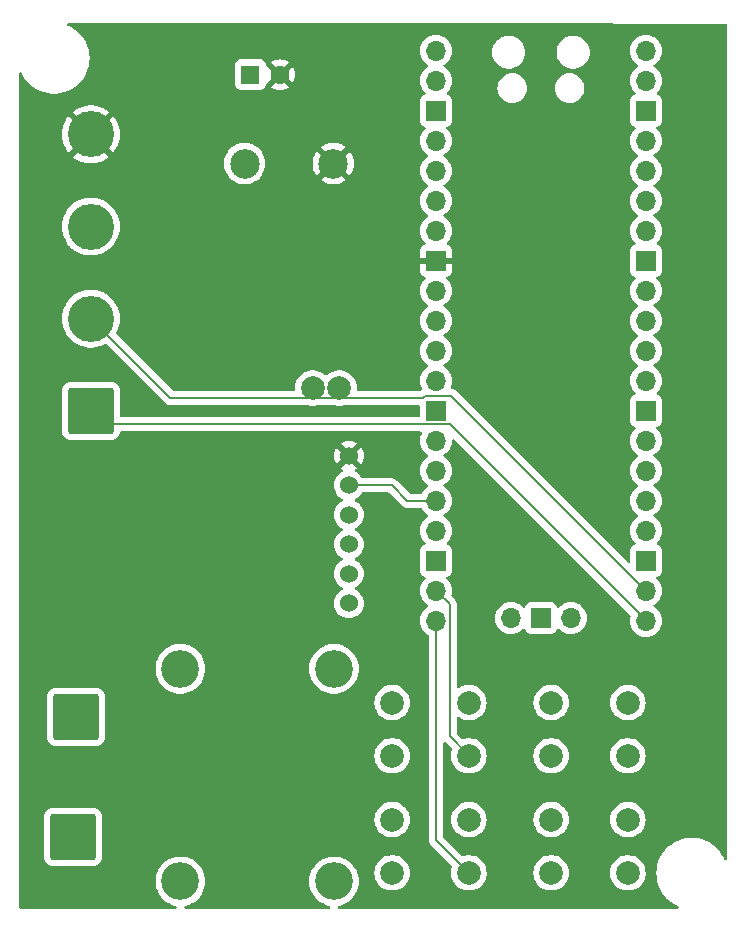
<source format=gbr>
%TF.GenerationSoftware,KiCad,Pcbnew,8.0.1*%
%TF.CreationDate,2024-06-08T21:28:12+01:00*%
%TF.ProjectId,Pico_WOL,5069636f-5f57-44f4-9c2e-6b696361645f,rev?*%
%TF.SameCoordinates,Original*%
%TF.FileFunction,Copper,L2,Bot*%
%TF.FilePolarity,Positive*%
%FSLAX46Y46*%
G04 Gerber Fmt 4.6, Leading zero omitted, Abs format (unit mm)*
G04 Created by KiCad (PCBNEW 8.0.1) date 2024-06-08 21:28:12*
%MOMM*%
%LPD*%
G01*
G04 APERTURE LIST*
G04 Aperture macros list*
%AMRoundRect*
0 Rectangle with rounded corners*
0 $1 Rounding radius*
0 $2 $3 $4 $5 $6 $7 $8 $9 X,Y pos of 4 corners*
0 Add a 4 corners polygon primitive as box body*
4,1,4,$2,$3,$4,$5,$6,$7,$8,$9,$2,$3,0*
0 Add four circle primitives for the rounded corners*
1,1,$1+$1,$2,$3*
1,1,$1+$1,$4,$5*
1,1,$1+$1,$6,$7*
1,1,$1+$1,$8,$9*
0 Add four rect primitives between the rounded corners*
20,1,$1+$1,$2,$3,$4,$5,0*
20,1,$1+$1,$4,$5,$6,$7,0*
20,1,$1+$1,$6,$7,$8,$9,0*
20,1,$1+$1,$8,$9,$2,$3,0*%
G04 Aperture macros list end*
%TA.AperFunction,ComponentPad*%
%ADD10C,2.000000*%
%TD*%
%TA.AperFunction,ComponentPad*%
%ADD11C,2.500000*%
%TD*%
%TA.AperFunction,ComponentPad*%
%ADD12C,3.200000*%
%TD*%
%TA.AperFunction,ComponentPad*%
%ADD13RoundRect,0.250002X-1.699998X1.699998X-1.699998X-1.699998X1.699998X-1.699998X1.699998X1.699998X0*%
%TD*%
%TA.AperFunction,ComponentPad*%
%ADD14O,1.700000X1.700000*%
%TD*%
%TA.AperFunction,ComponentPad*%
%ADD15R,1.700000X1.700000*%
%TD*%
%TA.AperFunction,ComponentPad*%
%ADD16C,1.524000*%
%TD*%
%TA.AperFunction,ComponentPad*%
%ADD17RoundRect,0.250002X1.699998X-1.699998X1.699998X1.699998X-1.699998X1.699998X-1.699998X-1.699998X0*%
%TD*%
%TA.AperFunction,ComponentPad*%
%ADD18C,3.900000*%
%TD*%
%TA.AperFunction,ComponentPad*%
%ADD19R,1.600000X1.600000*%
%TD*%
%TA.AperFunction,ComponentPad*%
%ADD20C,1.600000*%
%TD*%
%TA.AperFunction,Conductor*%
%ADD21C,0.200000*%
%TD*%
G04 APERTURE END LIST*
D10*
%TO.P,U5,1,V_IN-*%
%TO.N,Net-(J2-Pin_1)*%
X74390000Y-115414000D03*
%TO.P,U5,2,V_IN+*%
%TO.N,Net-(J1-Pin_1)*%
X76640000Y-115414000D03*
D11*
%TO.P,U5,3,V_OUT+*%
%TO.N,Net-(J3-Pin_3)*%
X68640000Y-96414000D03*
%TO.P,U5,4,V_OUT-*%
%TO.N,GND*%
X76140000Y-96414000D03*
%TD*%
D10*
%TO.P,SW3,1,1*%
%TO.N,Net-(U1-GPIO19)*%
X94592000Y-142058000D03*
X101092000Y-142058000D03*
%TO.P,SW3,2,2*%
%TO.N,+3.3V*%
X94592000Y-146558000D03*
X101092000Y-146558000D03*
%TD*%
D12*
%TO.P,U4,1,V_IN+*%
%TO.N,unconnected-(U4-V_IN+-Pad1)*%
X63200000Y-157192000D03*
%TO.P,U4,2,V_IN-*%
%TO.N,unconnected-(U4-V_IN--Pad2)*%
X76200000Y-157192000D03*
%TO.P,U4,3,BAT+*%
%TO.N,Net-(J1-Pin_1)*%
X63200000Y-139192000D03*
%TO.P,U4,4,BAT-*%
%TO.N,Net-(J2-Pin_1)*%
X76200000Y-139192000D03*
%TD*%
D10*
%TO.P,SW4,1,1*%
%TO.N,Net-(U1-GPIO18)*%
X94592000Y-151964000D03*
X101092000Y-151964000D03*
%TO.P,SW4,2,2*%
%TO.N,+3.3V*%
X94592000Y-156464000D03*
X101092000Y-156464000D03*
%TD*%
D13*
%TO.P,J2,1,Pin_1*%
%TO.N,Net-(J2-Pin_1)*%
X54102000Y-153416000D03*
%TD*%
D14*
%TO.P,U1,1,GPIO0*%
%TO.N,unconnected-(U1-GPIO0-Pad1)*%
X84836000Y-86868000D03*
%TO.P,U1,2,GPIO1*%
%TO.N,unconnected-(U1-GPIO1-Pad2)*%
X84836000Y-89408000D03*
D15*
%TO.P,U1,3,GND*%
%TO.N,unconnected-(U1-GND-Pad3)*%
X84836000Y-91948000D03*
D14*
%TO.P,U1,4,GPIO2*%
%TO.N,unconnected-(U1-GPIO2-Pad4)*%
X84836000Y-94488000D03*
%TO.P,U1,5,GPIO3*%
%TO.N,unconnected-(U1-GPIO3-Pad5)*%
X84836000Y-97028000D03*
%TO.P,U1,6,GPIO4*%
%TO.N,unconnected-(U1-GPIO4-Pad6)*%
X84836000Y-99568000D03*
%TO.P,U1,7,GPIO5*%
%TO.N,unconnected-(U1-GPIO5-Pad7)*%
X84836000Y-102108000D03*
D15*
%TO.P,U1,8,GND*%
%TO.N,GND*%
X84836000Y-104648000D03*
D14*
%TO.P,U1,9,GPIO6*%
%TO.N,unconnected-(U1-GPIO6-Pad9)*%
X84836000Y-107188000D03*
%TO.P,U1,10,GPIO7*%
%TO.N,unconnected-(U1-GPIO7-Pad10)*%
X84836000Y-109728000D03*
%TO.P,U1,11,GPIO8*%
%TO.N,unconnected-(U1-GPIO8-Pad11)*%
X84836000Y-112268000D03*
%TO.P,U1,12,GPIO9*%
%TO.N,unconnected-(U1-GPIO9-Pad12)*%
X84836000Y-114808000D03*
D15*
%TO.P,U1,13,GND*%
%TO.N,unconnected-(U1-GND-Pad13)*%
X84836000Y-117348000D03*
D14*
%TO.P,U1,14,GPIO10*%
%TO.N,Net-(U1-GPIO10)*%
X84836000Y-119888000D03*
%TO.P,U1,15,GPIO11*%
%TO.N,Net-(U1-GPIO11)*%
X84836000Y-122428000D03*
%TO.P,U1,16,GPIO12*%
%TO.N,Net-(U1-GPIO12)*%
X84836000Y-124968000D03*
%TO.P,U1,17,GPIO13*%
%TO.N,Net-(U1-GPIO13)*%
X84836000Y-127508000D03*
D15*
%TO.P,U1,18,GND*%
%TO.N,unconnected-(U1-GND-Pad18)*%
X84836000Y-130048000D03*
D14*
%TO.P,U1,19,GPIO14*%
%TO.N,Net-(U1-GPIO14)*%
X84836000Y-132588000D03*
%TO.P,U1,20,GPIO15*%
%TO.N,Net-(U1-GPIO15)*%
X84836000Y-135128000D03*
%TO.P,U1,21,GPIO16*%
%TO.N,Net-(J3-Pin_1)*%
X102616000Y-135128000D03*
%TO.P,U1,22,GPIO17*%
%TO.N,Net-(J3-Pin_2)*%
X102616000Y-132588000D03*
D15*
%TO.P,U1,23,GND*%
%TO.N,unconnected-(U1-GND-Pad23)*%
X102616000Y-130048000D03*
D14*
%TO.P,U1,24,GPIO18*%
%TO.N,Net-(U1-GPIO18)*%
X102616000Y-127508000D03*
%TO.P,U1,25,GPIO19*%
%TO.N,Net-(U1-GPIO19)*%
X102616000Y-124968000D03*
%TO.P,U1,26,GPIO20*%
%TO.N,unconnected-(U1-GPIO20-Pad26)*%
X102616000Y-122428000D03*
%TO.P,U1,27,GPIO21*%
%TO.N,unconnected-(U1-GPIO21-Pad27)*%
X102616000Y-119888000D03*
D15*
%TO.P,U1,28,GND*%
%TO.N,unconnected-(U1-GND-Pad28)*%
X102616000Y-117348000D03*
D14*
%TO.P,U1,29,GPIO22*%
%TO.N,unconnected-(U1-GPIO22-Pad29)*%
X102616000Y-114808000D03*
%TO.P,U1,30,RUN*%
%TO.N,unconnected-(U1-RUN-Pad30)*%
X102616000Y-112268000D03*
%TO.P,U1,31,GPIO26_ADC0*%
%TO.N,unconnected-(U1-GPIO26_ADC0-Pad31)*%
X102616000Y-109728000D03*
%TO.P,U1,32,GPIO27_ADC1*%
%TO.N,unconnected-(U1-GPIO27_ADC1-Pad32)*%
X102616000Y-107188000D03*
D15*
%TO.P,U1,33,AGND*%
%TO.N,unconnected-(U1-AGND-Pad33)*%
X102616000Y-104648000D03*
D14*
%TO.P,U1,34,GPIO28_ADC2*%
%TO.N,unconnected-(U1-GPIO28_ADC2-Pad34)*%
X102616000Y-102108000D03*
%TO.P,U1,35,ADC_VREF*%
%TO.N,unconnected-(U1-ADC_VREF-Pad35)*%
X102616000Y-99568000D03*
%TO.P,U1,36,3V3*%
%TO.N,+3.3V*%
X102616000Y-97028000D03*
%TO.P,U1,37,3V3_EN*%
%TO.N,unconnected-(U1-3V3_EN-Pad37)*%
X102616000Y-94488000D03*
D15*
%TO.P,U1,38,GND*%
%TO.N,unconnected-(U1-GND-Pad38)*%
X102616000Y-91948000D03*
D14*
%TO.P,U1,39,VSYS*%
%TO.N,Net-(J3-Pin_3)*%
X102616000Y-89408000D03*
%TO.P,U1,40,VBUS*%
%TO.N,unconnected-(U1-VBUS-Pad40)*%
X102616000Y-86868000D03*
%TO.P,U1,41,SWCLK*%
%TO.N,unconnected-(U1-SWCLK-Pad41)*%
X91186000Y-134898000D03*
D15*
%TO.P,U1,42,GND*%
%TO.N,unconnected-(U1-GND-Pad42)*%
X93726000Y-134898000D03*
D14*
%TO.P,U1,43,SWDIO*%
%TO.N,unconnected-(U1-SWDIO-Pad43)*%
X96266000Y-134898000D03*
%TD*%
D16*
%TO.P,U2,1,GND*%
%TO.N,GND*%
X77470000Y-121158000D03*
%TO.P,U2,2,MISO*%
%TO.N,Net-(U1-GPIO12)*%
X77470000Y-123658000D03*
%TO.P,U2,3,CLK*%
%TO.N,Net-(U1-GPIO10)*%
X77470000Y-126158000D03*
%TO.P,U2,4,MOSI*%
%TO.N,Net-(U1-GPIO11)*%
X77470000Y-128658000D03*
%TO.P,U2,5,CS*%
%TO.N,Net-(U1-GPIO13)*%
X77470000Y-131158000D03*
%TO.P,U2,6,VCC*%
%TO.N,+3.3V*%
X77470000Y-133658000D03*
%TD*%
D10*
%TO.P,SW1,1,1*%
%TO.N,+3.3V*%
X81130000Y-142058000D03*
X87630000Y-142058000D03*
%TO.P,SW1,2,2*%
%TO.N,Net-(U1-GPIO14)*%
X81130000Y-146558000D03*
X87630000Y-146558000D03*
%TD*%
D17*
%TO.P,J1,1,Pin_1*%
%TO.N,Net-(J1-Pin_1)*%
X54356000Y-143256000D03*
%TD*%
D10*
%TO.P,SW2,1,1*%
%TO.N,+3.3V*%
X81130000Y-151964000D03*
X87630000Y-151964000D03*
%TO.P,SW2,2,2*%
%TO.N,Net-(U1-GPIO15)*%
X81130000Y-156464000D03*
X87630000Y-156464000D03*
%TD*%
D17*
%TO.P,J3,1,Pin_1*%
%TO.N,Net-(J3-Pin_1)*%
X55626000Y-117348000D03*
D18*
%TO.P,J3,2,Pin_2*%
%TO.N,Net-(J3-Pin_2)*%
X55626000Y-109548000D03*
%TO.P,J3,3,Pin_3*%
%TO.N,Net-(J3-Pin_3)*%
X55626000Y-101748000D03*
%TO.P,J3,4,Pin_4*%
%TO.N,GND*%
X55626000Y-93948000D03*
%TD*%
D19*
%TO.P,C1,1*%
%TO.N,Net-(J3-Pin_3)*%
X69128000Y-88900000D03*
D20*
%TO.P,C1,2*%
%TO.N,GND*%
X71628000Y-88900000D03*
%TD*%
D21*
%TO.N,Net-(U1-GPIO14)*%
X85986000Y-133738000D02*
X85986000Y-144914000D01*
X84836000Y-132588000D02*
X85986000Y-133738000D01*
X85986000Y-144914000D02*
X87630000Y-146558000D01*
%TO.N,Net-(U1-GPIO15)*%
X84836000Y-135128000D02*
X84836000Y-153670000D01*
X84836000Y-153670000D02*
X87630000Y-156464000D01*
%TO.N,Net-(U1-GPIO12)*%
X77470000Y-123658000D02*
X81080000Y-123658000D01*
X81080000Y-123658000D02*
X82390000Y-124968000D01*
X82390000Y-124968000D02*
X84836000Y-124968000D01*
%TO.N,Net-(J3-Pin_1)*%
X56776000Y-118498000D02*
X85986000Y-118498000D01*
X85986000Y-118498000D02*
X102333157Y-134845157D01*
X55626000Y-117348000D02*
X56776000Y-118498000D01*
%TO.N,Net-(J3-Pin_2)*%
X55626000Y-109548000D02*
X62343000Y-116265000D01*
X62343000Y-116265000D02*
X83753000Y-116265000D01*
X86106000Y-116078000D02*
X102616000Y-132588000D01*
X83753000Y-116265000D02*
X83940000Y-116078000D01*
X83940000Y-116078000D02*
X86106000Y-116078000D01*
%TD*%
%TA.AperFunction,Conductor*%
%TO.N,GND*%
G36*
X90412737Y-84500501D02*
G01*
X109376025Y-84580514D01*
X109442979Y-84600481D01*
X109488511Y-84653478D01*
X109499500Y-84704513D01*
X109499500Y-155277594D01*
X109479815Y-155344633D01*
X109427011Y-155390388D01*
X109357853Y-155400332D01*
X109294297Y-155371307D01*
X109261641Y-155326708D01*
X109202932Y-155190606D01*
X109185889Y-155151096D01*
X109011130Y-154848404D01*
X109011129Y-154848402D01*
X108802415Y-154568050D01*
X108802410Y-154568044D01*
X108686433Y-154445117D01*
X108562558Y-154313817D01*
X108367948Y-154150520D01*
X108294813Y-154089152D01*
X108294805Y-154089146D01*
X108002796Y-153897088D01*
X107690458Y-153740226D01*
X107690452Y-153740223D01*
X107362012Y-153620681D01*
X107362009Y-153620680D01*
X107021915Y-153540077D01*
X106978519Y-153535004D01*
X106674759Y-153499500D01*
X106325241Y-153499500D01*
X106021480Y-153535004D01*
X105978085Y-153540077D01*
X105978083Y-153540077D01*
X105637990Y-153620680D01*
X105637987Y-153620681D01*
X105309547Y-153740223D01*
X105309541Y-153740226D01*
X104997203Y-153897088D01*
X104705194Y-154089146D01*
X104705186Y-154089152D01*
X104437442Y-154313817D01*
X104437440Y-154313819D01*
X104197589Y-154568044D01*
X104197584Y-154568050D01*
X103988870Y-154848402D01*
X103814113Y-155151091D01*
X103814107Y-155151104D01*
X103675674Y-155472027D01*
X103575430Y-155806865D01*
X103575428Y-155806872D01*
X103514739Y-156151061D01*
X103514738Y-156151072D01*
X103494415Y-156499996D01*
X103494415Y-156500003D01*
X103514738Y-156848927D01*
X103514739Y-156848938D01*
X103575428Y-157193127D01*
X103575430Y-157193134D01*
X103675674Y-157527972D01*
X103814107Y-157848895D01*
X103814113Y-157848908D01*
X103988870Y-158151597D01*
X104197584Y-158431949D01*
X104197589Y-158431955D01*
X104321463Y-158563253D01*
X104437442Y-158686183D01*
X104613903Y-158834251D01*
X104705186Y-158910847D01*
X104705194Y-158910853D01*
X104997203Y-159102911D01*
X104997207Y-159102913D01*
X105309549Y-159259777D01*
X105309557Y-159259779D01*
X105312859Y-159261205D01*
X105312261Y-159262590D01*
X105363621Y-159300408D01*
X105388553Y-159365678D01*
X105374241Y-159434066D01*
X105325227Y-159483860D01*
X105264943Y-159499500D01*
X76650108Y-159499500D01*
X76583069Y-159479815D01*
X76537314Y-159427011D01*
X76527370Y-159357853D01*
X76556395Y-159294297D01*
X76615173Y-159256523D01*
X76624890Y-159254091D01*
X76628347Y-159253372D01*
X76628358Y-159253371D01*
X76905058Y-159175844D01*
X77018015Y-159126779D01*
X77168617Y-159061365D01*
X77168620Y-159061363D01*
X77168625Y-159061361D01*
X77414147Y-158912055D01*
X77637053Y-158730708D01*
X77833189Y-158520698D01*
X77998901Y-158285936D01*
X78131104Y-158030797D01*
X78227334Y-157760032D01*
X78285798Y-157478686D01*
X78305408Y-157192000D01*
X78285798Y-156905314D01*
X78227334Y-156623968D01*
X78220405Y-156604473D01*
X78170483Y-156464005D01*
X79624357Y-156464005D01*
X79644890Y-156711812D01*
X79644892Y-156711824D01*
X79705936Y-156952881D01*
X79805826Y-157180606D01*
X79941833Y-157388782D01*
X79941836Y-157388785D01*
X80110256Y-157571738D01*
X80306491Y-157724474D01*
X80525190Y-157842828D01*
X80760386Y-157923571D01*
X81005665Y-157964500D01*
X81254335Y-157964500D01*
X81499614Y-157923571D01*
X81734810Y-157842828D01*
X81953509Y-157724474D01*
X82149744Y-157571738D01*
X82318164Y-157388785D01*
X82454173Y-157180607D01*
X82554063Y-156952881D01*
X82615108Y-156711821D01*
X82622388Y-156623965D01*
X82635643Y-156464005D01*
X82635643Y-156463994D01*
X82615109Y-156216187D01*
X82615107Y-156216175D01*
X82554063Y-155975118D01*
X82454173Y-155747393D01*
X82318166Y-155539217D01*
X82256313Y-155472027D01*
X82149744Y-155356262D01*
X81953509Y-155203526D01*
X81953507Y-155203525D01*
X81953506Y-155203524D01*
X81734811Y-155085172D01*
X81734802Y-155085169D01*
X81499616Y-155004429D01*
X81254335Y-154963500D01*
X81005665Y-154963500D01*
X80760383Y-155004429D01*
X80525197Y-155085169D01*
X80525188Y-155085172D01*
X80306493Y-155203524D01*
X80110257Y-155356261D01*
X79941833Y-155539217D01*
X79805826Y-155747393D01*
X79705936Y-155975118D01*
X79644892Y-156216175D01*
X79644890Y-156216187D01*
X79624357Y-156463994D01*
X79624357Y-156464005D01*
X78170483Y-156464005D01*
X78131105Y-156353206D01*
X78131106Y-156353206D01*
X77998901Y-156098064D01*
X77833187Y-155863299D01*
X77724937Y-155747393D01*
X77637053Y-155653292D01*
X77414147Y-155471945D01*
X77414146Y-155471944D01*
X77168617Y-155322634D01*
X76905063Y-155208158D01*
X76905061Y-155208157D01*
X76905058Y-155208156D01*
X76754625Y-155166007D01*
X76628364Y-155130630D01*
X76628359Y-155130629D01*
X76628358Y-155130629D01*
X76486018Y-155111064D01*
X76343679Y-155091500D01*
X76343678Y-155091500D01*
X76056322Y-155091500D01*
X76056321Y-155091500D01*
X75771642Y-155130629D01*
X75771635Y-155130630D01*
X75563861Y-155188845D01*
X75494942Y-155208156D01*
X75494939Y-155208156D01*
X75494936Y-155208158D01*
X75494935Y-155208158D01*
X75231382Y-155322634D01*
X74985853Y-155471944D01*
X74762950Y-155653289D01*
X74566812Y-155863299D01*
X74401098Y-156098064D01*
X74268894Y-156353206D01*
X74172667Y-156623962D01*
X74172666Y-156623965D01*
X74114201Y-156905319D01*
X74094592Y-157192000D01*
X74114201Y-157478680D01*
X74114201Y-157478684D01*
X74114202Y-157478686D01*
X74124444Y-157527972D01*
X74172666Y-157760034D01*
X74172667Y-157760037D01*
X74268894Y-158030793D01*
X74268893Y-158030793D01*
X74401098Y-158285935D01*
X74566812Y-158520700D01*
X74651923Y-158611831D01*
X74762947Y-158730708D01*
X74984368Y-158910847D01*
X74985853Y-158912055D01*
X75231382Y-159061365D01*
X75418237Y-159142526D01*
X75494942Y-159175844D01*
X75771642Y-159253371D01*
X75771649Y-159253372D01*
X75775110Y-159254091D01*
X75836745Y-159286998D01*
X75870805Y-159348004D01*
X75866476Y-159417739D01*
X75825132Y-159474064D01*
X75759900Y-159499095D01*
X75749892Y-159499500D01*
X63650108Y-159499500D01*
X63583069Y-159479815D01*
X63537314Y-159427011D01*
X63527370Y-159357853D01*
X63556395Y-159294297D01*
X63615173Y-159256523D01*
X63624890Y-159254091D01*
X63628347Y-159253372D01*
X63628358Y-159253371D01*
X63905058Y-159175844D01*
X64018015Y-159126779D01*
X64168617Y-159061365D01*
X64168620Y-159061363D01*
X64168625Y-159061361D01*
X64414147Y-158912055D01*
X64637053Y-158730708D01*
X64833189Y-158520698D01*
X64998901Y-158285936D01*
X65131104Y-158030797D01*
X65227334Y-157760032D01*
X65285798Y-157478686D01*
X65305408Y-157192000D01*
X65285798Y-156905314D01*
X65227334Y-156623968D01*
X65220405Y-156604473D01*
X65131105Y-156353206D01*
X65131106Y-156353206D01*
X64998901Y-156098064D01*
X64833187Y-155863299D01*
X64724937Y-155747393D01*
X64637053Y-155653292D01*
X64414147Y-155471945D01*
X64414146Y-155471944D01*
X64168617Y-155322634D01*
X63905063Y-155208158D01*
X63905061Y-155208157D01*
X63905058Y-155208156D01*
X63754625Y-155166007D01*
X63628364Y-155130630D01*
X63628359Y-155130629D01*
X63628358Y-155130629D01*
X63486018Y-155111064D01*
X63343679Y-155091500D01*
X63343678Y-155091500D01*
X63056322Y-155091500D01*
X63056321Y-155091500D01*
X62771642Y-155130629D01*
X62771635Y-155130630D01*
X62563861Y-155188845D01*
X62494942Y-155208156D01*
X62494939Y-155208156D01*
X62494936Y-155208158D01*
X62494935Y-155208158D01*
X62231382Y-155322634D01*
X61985853Y-155471944D01*
X61762950Y-155653289D01*
X61566812Y-155863299D01*
X61401098Y-156098064D01*
X61268894Y-156353206D01*
X61172667Y-156623962D01*
X61172666Y-156623965D01*
X61114201Y-156905319D01*
X61094592Y-157192000D01*
X61114201Y-157478680D01*
X61114201Y-157478684D01*
X61114202Y-157478686D01*
X61124444Y-157527972D01*
X61172666Y-157760034D01*
X61172667Y-157760037D01*
X61268894Y-158030793D01*
X61268893Y-158030793D01*
X61401098Y-158285935D01*
X61566812Y-158520700D01*
X61651923Y-158611831D01*
X61762947Y-158730708D01*
X61984368Y-158910847D01*
X61985853Y-158912055D01*
X62231382Y-159061365D01*
X62418237Y-159142526D01*
X62494942Y-159175844D01*
X62771642Y-159253371D01*
X62771649Y-159253372D01*
X62775110Y-159254091D01*
X62836745Y-159286998D01*
X62870805Y-159348004D01*
X62866476Y-159417739D01*
X62825132Y-159474064D01*
X62759900Y-159499095D01*
X62749892Y-159499500D01*
X49654000Y-159499500D01*
X49586961Y-159479815D01*
X49541206Y-159427011D01*
X49530000Y-159375500D01*
X49530000Y-155165999D01*
X51651500Y-155165999D01*
X51651501Y-155166016D01*
X51662000Y-155268795D01*
X51662001Y-155268798D01*
X51717185Y-155435330D01*
X51717187Y-155435335D01*
X51739819Y-155472027D01*
X51809289Y-155584655D01*
X51933345Y-155708711D01*
X52082667Y-155800814D01*
X52249204Y-155855999D01*
X52351993Y-155866500D01*
X55852006Y-155866499D01*
X55954796Y-155855999D01*
X56121333Y-155800814D01*
X56270655Y-155708711D01*
X56394711Y-155584655D01*
X56486814Y-155435333D01*
X56541999Y-155268796D01*
X56552500Y-155166007D01*
X56552499Y-151964005D01*
X79624357Y-151964005D01*
X79644890Y-152211812D01*
X79644892Y-152211824D01*
X79705936Y-152452881D01*
X79805826Y-152680606D01*
X79941833Y-152888782D01*
X79941836Y-152888785D01*
X80110256Y-153071738D01*
X80306491Y-153224474D01*
X80525190Y-153342828D01*
X80760386Y-153423571D01*
X81005665Y-153464500D01*
X81254335Y-153464500D01*
X81499614Y-153423571D01*
X81734810Y-153342828D01*
X81953509Y-153224474D01*
X82149744Y-153071738D01*
X82318164Y-152888785D01*
X82454173Y-152680607D01*
X82554063Y-152452881D01*
X82615108Y-152211821D01*
X82635643Y-151964000D01*
X82615108Y-151716179D01*
X82554063Y-151475119D01*
X82519649Y-151396664D01*
X82454173Y-151247393D01*
X82318166Y-151039217D01*
X82259971Y-150976001D01*
X82149744Y-150856262D01*
X81953509Y-150703526D01*
X81953507Y-150703525D01*
X81953506Y-150703524D01*
X81734811Y-150585172D01*
X81734802Y-150585169D01*
X81499616Y-150504429D01*
X81254335Y-150463500D01*
X81005665Y-150463500D01*
X80760383Y-150504429D01*
X80525197Y-150585169D01*
X80525188Y-150585172D01*
X80306493Y-150703524D01*
X80110257Y-150856261D01*
X79941833Y-151039217D01*
X79805826Y-151247393D01*
X79705936Y-151475118D01*
X79644892Y-151716175D01*
X79644890Y-151716187D01*
X79624357Y-151963994D01*
X79624357Y-151964005D01*
X56552499Y-151964005D01*
X56552499Y-151665994D01*
X56541999Y-151563204D01*
X56486814Y-151396667D01*
X56394711Y-151247345D01*
X56270655Y-151123289D01*
X56177890Y-151066071D01*
X56121335Y-151031187D01*
X56121330Y-151031185D01*
X56119861Y-151030698D01*
X55954796Y-150976001D01*
X55954794Y-150976000D01*
X55852008Y-150965500D01*
X52352000Y-150965500D01*
X52351983Y-150965501D01*
X52249204Y-150976000D01*
X52249201Y-150976001D01*
X52082669Y-151031185D01*
X52082664Y-151031187D01*
X51933343Y-151123290D01*
X51809290Y-151247343D01*
X51717187Y-151396664D01*
X51717186Y-151396667D01*
X51662001Y-151563204D01*
X51662001Y-151563205D01*
X51662000Y-151563205D01*
X51651500Y-151665985D01*
X51651500Y-155165999D01*
X49530000Y-155165999D01*
X49530000Y-146558005D01*
X79624357Y-146558005D01*
X79644890Y-146805812D01*
X79644892Y-146805824D01*
X79705936Y-147046881D01*
X79805826Y-147274606D01*
X79941833Y-147482782D01*
X79941836Y-147482785D01*
X80110256Y-147665738D01*
X80306491Y-147818474D01*
X80525190Y-147936828D01*
X80760386Y-148017571D01*
X81005665Y-148058500D01*
X81254335Y-148058500D01*
X81499614Y-148017571D01*
X81734810Y-147936828D01*
X81953509Y-147818474D01*
X82149744Y-147665738D01*
X82318164Y-147482785D01*
X82454173Y-147274607D01*
X82554063Y-147046881D01*
X82615108Y-146805821D01*
X82635643Y-146558000D01*
X82615108Y-146310179D01*
X82554063Y-146069119D01*
X82454173Y-145841393D01*
X82318166Y-145633217D01*
X82296557Y-145609744D01*
X82149744Y-145450262D01*
X81953509Y-145297526D01*
X81953507Y-145297525D01*
X81953506Y-145297524D01*
X81734811Y-145179172D01*
X81734802Y-145179169D01*
X81499616Y-145098429D01*
X81254335Y-145057500D01*
X81005665Y-145057500D01*
X80760383Y-145098429D01*
X80525197Y-145179169D01*
X80525188Y-145179172D01*
X80306493Y-145297524D01*
X80110257Y-145450261D01*
X79941833Y-145633217D01*
X79805826Y-145841393D01*
X79705936Y-146069118D01*
X79644892Y-146310175D01*
X79644890Y-146310187D01*
X79624357Y-146557994D01*
X79624357Y-146558005D01*
X49530000Y-146558005D01*
X49530000Y-145005999D01*
X51905500Y-145005999D01*
X51905501Y-145006016D01*
X51916000Y-145108795D01*
X51916001Y-145108798D01*
X51971185Y-145275330D01*
X51971187Y-145275335D01*
X51984875Y-145297526D01*
X52063289Y-145424655D01*
X52187345Y-145548711D01*
X52336667Y-145640814D01*
X52503204Y-145695999D01*
X52605993Y-145706500D01*
X56106006Y-145706499D01*
X56208796Y-145695999D01*
X56375333Y-145640814D01*
X56524655Y-145548711D01*
X56648711Y-145424655D01*
X56740814Y-145275333D01*
X56795999Y-145108796D01*
X56806500Y-145006007D01*
X56806499Y-142058005D01*
X79624357Y-142058005D01*
X79644890Y-142305812D01*
X79644892Y-142305824D01*
X79705936Y-142546881D01*
X79805826Y-142774606D01*
X79941833Y-142982782D01*
X79941836Y-142982785D01*
X80110256Y-143165738D01*
X80306491Y-143318474D01*
X80525190Y-143436828D01*
X80760386Y-143517571D01*
X81005665Y-143558500D01*
X81254335Y-143558500D01*
X81499614Y-143517571D01*
X81734810Y-143436828D01*
X81953509Y-143318474D01*
X82149744Y-143165738D01*
X82318164Y-142982785D01*
X82454173Y-142774607D01*
X82554063Y-142546881D01*
X82615108Y-142305821D01*
X82635643Y-142058000D01*
X82615108Y-141810179D01*
X82554063Y-141569119D01*
X82526376Y-141506000D01*
X82454173Y-141341393D01*
X82318166Y-141133217D01*
X82252021Y-141061365D01*
X82149744Y-140950262D01*
X81953509Y-140797526D01*
X81953507Y-140797525D01*
X81953506Y-140797524D01*
X81734811Y-140679172D01*
X81734802Y-140679169D01*
X81499616Y-140598429D01*
X81254335Y-140557500D01*
X81005665Y-140557500D01*
X80760383Y-140598429D01*
X80525197Y-140679169D01*
X80525188Y-140679172D01*
X80306493Y-140797524D01*
X80110257Y-140950261D01*
X79941833Y-141133217D01*
X79805826Y-141341393D01*
X79705936Y-141569118D01*
X79644892Y-141810175D01*
X79644890Y-141810187D01*
X79624357Y-142057994D01*
X79624357Y-142058005D01*
X56806499Y-142058005D01*
X56806499Y-141505994D01*
X56795999Y-141403204D01*
X56740814Y-141236667D01*
X56648711Y-141087345D01*
X56524655Y-140963289D01*
X56375333Y-140871186D01*
X56208796Y-140816001D01*
X56208794Y-140816000D01*
X56106008Y-140805500D01*
X52606000Y-140805500D01*
X52605983Y-140805501D01*
X52503204Y-140816000D01*
X52503201Y-140816001D01*
X52336669Y-140871185D01*
X52336664Y-140871187D01*
X52187343Y-140963290D01*
X52063290Y-141087343D01*
X51971187Y-141236664D01*
X51971186Y-141236667D01*
X51916001Y-141403204D01*
X51916001Y-141403205D01*
X51916000Y-141403205D01*
X51905500Y-141505985D01*
X51905500Y-145005999D01*
X49530000Y-145005999D01*
X49530000Y-139192000D01*
X61094592Y-139192000D01*
X61114201Y-139478680D01*
X61172666Y-139760034D01*
X61172667Y-139760037D01*
X61268894Y-140030793D01*
X61268893Y-140030793D01*
X61401098Y-140285935D01*
X61566812Y-140520700D01*
X61639407Y-140598429D01*
X61762947Y-140730708D01*
X61985853Y-140912055D01*
X62048681Y-140950262D01*
X62231382Y-141061365D01*
X62418237Y-141142526D01*
X62494942Y-141175844D01*
X62771642Y-141253371D01*
X63021920Y-141287771D01*
X63056321Y-141292500D01*
X63056322Y-141292500D01*
X63343679Y-141292500D01*
X63374370Y-141288281D01*
X63628358Y-141253371D01*
X63905058Y-141175844D01*
X64108804Y-141087345D01*
X64168617Y-141061365D01*
X64168620Y-141061363D01*
X64168625Y-141061361D01*
X64414147Y-140912055D01*
X64637053Y-140730708D01*
X64833189Y-140520698D01*
X64998901Y-140285936D01*
X65131104Y-140030797D01*
X65227334Y-139760032D01*
X65285798Y-139478686D01*
X65305408Y-139192000D01*
X74094592Y-139192000D01*
X74114201Y-139478680D01*
X74172666Y-139760034D01*
X74172667Y-139760037D01*
X74268894Y-140030793D01*
X74268893Y-140030793D01*
X74401098Y-140285935D01*
X74566812Y-140520700D01*
X74639407Y-140598429D01*
X74762947Y-140730708D01*
X74985853Y-140912055D01*
X75048681Y-140950262D01*
X75231382Y-141061365D01*
X75418237Y-141142526D01*
X75494942Y-141175844D01*
X75771642Y-141253371D01*
X76021920Y-141287771D01*
X76056321Y-141292500D01*
X76056322Y-141292500D01*
X76343679Y-141292500D01*
X76374370Y-141288281D01*
X76628358Y-141253371D01*
X76905058Y-141175844D01*
X77108804Y-141087345D01*
X77168617Y-141061365D01*
X77168620Y-141061363D01*
X77168625Y-141061361D01*
X77414147Y-140912055D01*
X77637053Y-140730708D01*
X77833189Y-140520698D01*
X77998901Y-140285936D01*
X78131104Y-140030797D01*
X78227334Y-139760032D01*
X78285798Y-139478686D01*
X78305408Y-139192000D01*
X78285798Y-138905314D01*
X78227334Y-138623968D01*
X78131105Y-138353206D01*
X78131106Y-138353206D01*
X77998901Y-138098064D01*
X77833187Y-137863299D01*
X77754554Y-137779105D01*
X77637053Y-137653292D01*
X77414147Y-137471945D01*
X77414146Y-137471944D01*
X77168617Y-137322634D01*
X76905063Y-137208158D01*
X76905061Y-137208157D01*
X76905058Y-137208156D01*
X76775578Y-137171877D01*
X76628364Y-137130630D01*
X76628359Y-137130629D01*
X76628358Y-137130629D01*
X76486018Y-137111064D01*
X76343679Y-137091500D01*
X76343678Y-137091500D01*
X76056322Y-137091500D01*
X76056321Y-137091500D01*
X75771642Y-137130629D01*
X75771635Y-137130630D01*
X75563861Y-137188845D01*
X75494942Y-137208156D01*
X75494939Y-137208156D01*
X75494936Y-137208158D01*
X75494935Y-137208158D01*
X75231382Y-137322634D01*
X74985853Y-137471944D01*
X74762950Y-137653289D01*
X74566812Y-137863299D01*
X74401098Y-138098064D01*
X74268894Y-138353206D01*
X74172667Y-138623962D01*
X74172666Y-138623965D01*
X74114201Y-138905319D01*
X74094592Y-139192000D01*
X65305408Y-139192000D01*
X65285798Y-138905314D01*
X65227334Y-138623968D01*
X65131105Y-138353206D01*
X65131106Y-138353206D01*
X64998901Y-138098064D01*
X64833187Y-137863299D01*
X64754554Y-137779105D01*
X64637053Y-137653292D01*
X64414147Y-137471945D01*
X64414146Y-137471944D01*
X64168617Y-137322634D01*
X63905063Y-137208158D01*
X63905061Y-137208157D01*
X63905058Y-137208156D01*
X63775578Y-137171877D01*
X63628364Y-137130630D01*
X63628359Y-137130629D01*
X63628358Y-137130629D01*
X63486018Y-137111064D01*
X63343679Y-137091500D01*
X63343678Y-137091500D01*
X63056322Y-137091500D01*
X63056321Y-137091500D01*
X62771642Y-137130629D01*
X62771635Y-137130630D01*
X62563861Y-137188845D01*
X62494942Y-137208156D01*
X62494939Y-137208156D01*
X62494936Y-137208158D01*
X62494935Y-137208158D01*
X62231382Y-137322634D01*
X61985853Y-137471944D01*
X61762950Y-137653289D01*
X61566812Y-137863299D01*
X61401098Y-138098064D01*
X61268894Y-138353206D01*
X61172667Y-138623962D01*
X61172666Y-138623965D01*
X61114201Y-138905319D01*
X61094592Y-139192000D01*
X49530000Y-139192000D01*
X49530000Y-109548005D01*
X53170655Y-109548005D01*
X53190014Y-109855725D01*
X53190015Y-109855732D01*
X53247795Y-110158623D01*
X53343078Y-110451874D01*
X53343080Y-110451879D01*
X53474362Y-110730867D01*
X53474366Y-110730873D01*
X53639577Y-110991206D01*
X53639579Y-110991209D01*
X53639584Y-110991216D01*
X53836131Y-111228799D01*
X53836132Y-111228800D01*
X54060902Y-111439874D01*
X54060912Y-111439882D01*
X54310348Y-111621108D01*
X54310353Y-111621110D01*
X54310360Y-111621116D01*
X54580565Y-111769663D01*
X54580570Y-111769665D01*
X54580572Y-111769666D01*
X54580573Y-111769667D01*
X54867253Y-111883171D01*
X54867256Y-111883172D01*
X55165910Y-111959853D01*
X55165914Y-111959854D01*
X55230091Y-111967961D01*
X55471816Y-111998499D01*
X55471825Y-111998499D01*
X55471828Y-111998500D01*
X55471830Y-111998500D01*
X55780170Y-111998500D01*
X55780172Y-111998500D01*
X55780175Y-111998499D01*
X55780183Y-111998499D01*
X55962722Y-111975438D01*
X56086086Y-111959854D01*
X56384743Y-111883172D01*
X56384746Y-111883171D01*
X56671426Y-111769667D01*
X56671428Y-111769665D01*
X56671435Y-111769663D01*
X56800846Y-111698517D01*
X56869075Y-111683471D01*
X56934609Y-111707701D01*
X56948264Y-111719499D01*
X61858139Y-116629374D01*
X61858149Y-116629385D01*
X61862479Y-116633715D01*
X61862480Y-116633716D01*
X61974284Y-116745520D01*
X61974286Y-116745521D01*
X61974290Y-116745524D01*
X62111209Y-116824573D01*
X62111216Y-116824577D01*
X62223019Y-116854534D01*
X62263942Y-116865500D01*
X62263943Y-116865500D01*
X73976183Y-116865500D01*
X74016446Y-116872219D01*
X74020383Y-116873570D01*
X74020386Y-116873571D01*
X74265665Y-116914500D01*
X74514335Y-116914500D01*
X74759614Y-116873571D01*
X74760960Y-116873108D01*
X74763554Y-116872219D01*
X74803817Y-116865500D01*
X76226183Y-116865500D01*
X76266446Y-116872219D01*
X76270383Y-116873570D01*
X76270386Y-116873571D01*
X76515665Y-116914500D01*
X76764335Y-116914500D01*
X77009614Y-116873571D01*
X77010960Y-116873108D01*
X77013554Y-116872219D01*
X77053817Y-116865500D01*
X83361500Y-116865500D01*
X83428539Y-116885185D01*
X83474294Y-116937989D01*
X83485500Y-116989500D01*
X83485501Y-117773500D01*
X83465817Y-117840539D01*
X83413013Y-117886294D01*
X83361501Y-117897500D01*
X58200500Y-117897500D01*
X58133461Y-117877815D01*
X58087706Y-117825011D01*
X58076500Y-117773500D01*
X58076499Y-115598000D01*
X58076498Y-115597983D01*
X58065999Y-115495204D01*
X58065998Y-115495201D01*
X58059435Y-115475396D01*
X58010814Y-115328667D01*
X57918711Y-115179345D01*
X57794655Y-115055289D01*
X57645333Y-114963186D01*
X57478796Y-114908001D01*
X57478794Y-114908000D01*
X57376008Y-114897500D01*
X53876000Y-114897500D01*
X53875983Y-114897501D01*
X53773204Y-114908000D01*
X53773201Y-114908001D01*
X53606669Y-114963185D01*
X53606664Y-114963187D01*
X53457343Y-115055290D01*
X53333290Y-115179343D01*
X53241187Y-115328664D01*
X53241186Y-115328667D01*
X53186001Y-115495204D01*
X53186001Y-115495205D01*
X53186000Y-115495205D01*
X53175500Y-115597985D01*
X53175500Y-119097999D01*
X53175501Y-119098016D01*
X53186000Y-119200795D01*
X53186001Y-119200798D01*
X53210558Y-119274905D01*
X53241186Y-119367333D01*
X53333289Y-119516655D01*
X53457345Y-119640711D01*
X53606667Y-119732814D01*
X53773204Y-119787999D01*
X53875993Y-119798500D01*
X57376006Y-119798499D01*
X57478796Y-119787999D01*
X57645333Y-119732814D01*
X57794655Y-119640711D01*
X57918711Y-119516655D01*
X58010814Y-119367333D01*
X58065999Y-119200796D01*
X58065999Y-119200788D01*
X58066910Y-119196541D01*
X58100192Y-119135108D01*
X58161405Y-119101421D01*
X58188162Y-119098500D01*
X83519397Y-119098500D01*
X83586436Y-119118185D01*
X83632191Y-119170989D01*
X83642135Y-119240147D01*
X83631779Y-119274905D01*
X83562097Y-119424335D01*
X83562094Y-119424344D01*
X83500938Y-119652586D01*
X83500936Y-119652596D01*
X83480341Y-119887999D01*
X83480341Y-119888000D01*
X83500936Y-120123403D01*
X83500938Y-120123413D01*
X83562094Y-120351655D01*
X83562096Y-120351659D01*
X83562097Y-120351663D01*
X83661965Y-120565830D01*
X83661967Y-120565834D01*
X83797501Y-120759395D01*
X83797506Y-120759402D01*
X83964597Y-120926493D01*
X83964603Y-120926498D01*
X84150158Y-121056425D01*
X84193783Y-121111002D01*
X84200977Y-121180500D01*
X84169454Y-121242855D01*
X84150158Y-121259575D01*
X83964597Y-121389505D01*
X83797505Y-121556597D01*
X83661965Y-121750169D01*
X83661964Y-121750171D01*
X83562098Y-121964335D01*
X83562094Y-121964344D01*
X83500938Y-122192586D01*
X83500936Y-122192596D01*
X83480341Y-122427999D01*
X83480341Y-122428000D01*
X83500936Y-122663403D01*
X83500938Y-122663413D01*
X83562094Y-122891655D01*
X83562096Y-122891659D01*
X83562097Y-122891663D01*
X83630249Y-123037815D01*
X83661965Y-123105830D01*
X83661967Y-123105834D01*
X83770281Y-123260521D01*
X83790422Y-123289286D01*
X83797501Y-123299395D01*
X83797506Y-123299402D01*
X83964597Y-123466493D01*
X83964603Y-123466498D01*
X84150158Y-123596425D01*
X84193783Y-123651002D01*
X84200977Y-123720500D01*
X84169454Y-123782855D01*
X84150158Y-123799575D01*
X83964597Y-123929505D01*
X83797506Y-124096596D01*
X83661965Y-124290170D01*
X83661962Y-124290175D01*
X83659289Y-124295909D01*
X83613115Y-124348346D01*
X83546909Y-124367500D01*
X82690098Y-124367500D01*
X82623059Y-124347815D01*
X82602417Y-124331181D01*
X81567590Y-123296355D01*
X81567588Y-123296352D01*
X81448717Y-123177481D01*
X81448716Y-123177480D01*
X81361904Y-123127360D01*
X81361904Y-123127359D01*
X81361900Y-123127358D01*
X81311785Y-123098423D01*
X81159057Y-123057499D01*
X81000943Y-123057499D01*
X80993347Y-123057499D01*
X80993331Y-123057500D01*
X78655304Y-123057500D01*
X78588265Y-123037815D01*
X78553729Y-123004623D01*
X78440827Y-122843381D01*
X78440823Y-122843377D01*
X78284620Y-122687174D01*
X78284616Y-122687171D01*
X78284615Y-122687170D01*
X78103666Y-122560468D01*
X78103663Y-122560466D01*
X78103662Y-122560466D01*
X78055691Y-122538096D01*
X78017108Y-122520105D01*
X77964669Y-122473932D01*
X77945517Y-122406739D01*
X77965733Y-122339858D01*
X78017110Y-122295340D01*
X78103412Y-122255097D01*
X78103417Y-122255094D01*
X78168188Y-122209741D01*
X77497448Y-121539000D01*
X77520160Y-121539000D01*
X77617061Y-121513036D01*
X77703940Y-121462876D01*
X77774876Y-121391940D01*
X77825036Y-121305061D01*
X77851000Y-121208160D01*
X77851000Y-121185447D01*
X78521741Y-121856188D01*
X78567094Y-121791417D01*
X78567100Y-121791407D01*
X78660419Y-121591284D01*
X78660424Y-121591270D01*
X78717573Y-121377986D01*
X78717575Y-121377976D01*
X78736821Y-121158000D01*
X78736821Y-121157999D01*
X78717575Y-120938023D01*
X78717573Y-120938013D01*
X78660424Y-120724729D01*
X78660420Y-120724720D01*
X78567096Y-120524586D01*
X78521741Y-120459811D01*
X78521740Y-120459810D01*
X77851000Y-121130551D01*
X77851000Y-121107840D01*
X77825036Y-121010939D01*
X77774876Y-120924060D01*
X77703940Y-120853124D01*
X77617061Y-120802964D01*
X77520160Y-120777000D01*
X77497448Y-120777000D01*
X78168188Y-120106259D01*
X78168187Y-120106258D01*
X78103411Y-120060901D01*
X78103405Y-120060898D01*
X77903284Y-119967580D01*
X77903270Y-119967575D01*
X77689986Y-119910426D01*
X77689976Y-119910424D01*
X77470001Y-119891179D01*
X77469999Y-119891179D01*
X77250023Y-119910424D01*
X77250013Y-119910426D01*
X77036729Y-119967575D01*
X77036720Y-119967579D01*
X76836590Y-120060901D01*
X76771811Y-120106258D01*
X77442553Y-120777000D01*
X77419840Y-120777000D01*
X77322939Y-120802964D01*
X77236060Y-120853124D01*
X77165124Y-120924060D01*
X77114964Y-121010939D01*
X77089000Y-121107840D01*
X77089000Y-121130553D01*
X76418258Y-120459811D01*
X76372901Y-120524590D01*
X76279579Y-120724720D01*
X76279575Y-120724729D01*
X76222426Y-120938013D01*
X76222424Y-120938023D01*
X76203179Y-121157999D01*
X76203179Y-121158000D01*
X76222424Y-121377976D01*
X76222426Y-121377986D01*
X76279575Y-121591270D01*
X76279580Y-121591284D01*
X76372898Y-121791405D01*
X76372901Y-121791411D01*
X76418258Y-121856187D01*
X76418259Y-121856188D01*
X77089000Y-121185447D01*
X77089000Y-121208160D01*
X77114964Y-121305061D01*
X77165124Y-121391940D01*
X77236060Y-121462876D01*
X77322939Y-121513036D01*
X77419840Y-121539000D01*
X77442553Y-121539000D01*
X76771810Y-122209740D01*
X76836589Y-122255098D01*
X76922891Y-122295342D01*
X76975330Y-122341514D01*
X76994482Y-122408708D01*
X76974266Y-122475589D01*
X76922891Y-122520106D01*
X76836340Y-122560465D01*
X76836338Y-122560466D01*
X76655377Y-122687175D01*
X76499175Y-122843377D01*
X76372466Y-123024338D01*
X76372465Y-123024340D01*
X76279107Y-123224548D01*
X76279104Y-123224554D01*
X76221930Y-123437929D01*
X76221929Y-123437937D01*
X76202677Y-123657997D01*
X76202677Y-123658002D01*
X76221929Y-123878062D01*
X76221930Y-123878070D01*
X76279104Y-124091445D01*
X76279105Y-124091447D01*
X76279106Y-124091450D01*
X76357002Y-124258500D01*
X76372466Y-124291662D01*
X76372468Y-124291666D01*
X76499170Y-124472615D01*
X76499175Y-124472621D01*
X76655378Y-124628824D01*
X76655384Y-124628829D01*
X76836333Y-124755531D01*
X76836335Y-124755532D01*
X76836338Y-124755534D01*
X76922299Y-124795618D01*
X76974738Y-124841790D01*
X76993890Y-124908984D01*
X76973674Y-124975865D01*
X76922299Y-125020382D01*
X76836340Y-125060465D01*
X76836338Y-125060466D01*
X76655377Y-125187175D01*
X76499175Y-125343377D01*
X76372466Y-125524338D01*
X76372465Y-125524340D01*
X76279107Y-125724548D01*
X76279104Y-125724554D01*
X76221930Y-125937929D01*
X76221929Y-125937937D01*
X76202677Y-126157997D01*
X76202677Y-126158002D01*
X76221929Y-126378062D01*
X76221930Y-126378070D01*
X76279104Y-126591445D01*
X76279105Y-126591447D01*
X76279106Y-126591450D01*
X76372466Y-126791662D01*
X76372468Y-126791666D01*
X76499170Y-126972615D01*
X76499175Y-126972621D01*
X76655378Y-127128824D01*
X76655384Y-127128829D01*
X76836333Y-127255531D01*
X76836335Y-127255532D01*
X76836338Y-127255534D01*
X76872928Y-127272596D01*
X76922299Y-127295618D01*
X76974738Y-127341790D01*
X76993890Y-127408984D01*
X76973674Y-127475865D01*
X76922299Y-127520382D01*
X76836340Y-127560465D01*
X76836338Y-127560466D01*
X76655377Y-127687175D01*
X76499175Y-127843377D01*
X76372466Y-128024338D01*
X76372465Y-128024340D01*
X76279107Y-128224548D01*
X76279104Y-128224554D01*
X76221930Y-128437929D01*
X76221929Y-128437937D01*
X76202677Y-128657997D01*
X76202677Y-128658002D01*
X76221929Y-128878062D01*
X76221930Y-128878070D01*
X76279104Y-129091445D01*
X76279105Y-129091447D01*
X76279106Y-129091450D01*
X76372466Y-129291662D01*
X76372468Y-129291666D01*
X76499170Y-129472615D01*
X76499175Y-129472621D01*
X76655378Y-129628824D01*
X76655384Y-129628829D01*
X76836333Y-129755531D01*
X76836335Y-129755532D01*
X76836338Y-129755534D01*
X76922299Y-129795618D01*
X76974738Y-129841790D01*
X76993890Y-129908984D01*
X76973674Y-129975865D01*
X76922299Y-130020382D01*
X76836340Y-130060465D01*
X76836338Y-130060466D01*
X76655377Y-130187175D01*
X76499175Y-130343377D01*
X76372466Y-130524338D01*
X76372465Y-130524340D01*
X76279107Y-130724548D01*
X76279104Y-130724554D01*
X76221930Y-130937929D01*
X76221929Y-130937937D01*
X76202677Y-131157997D01*
X76202677Y-131158002D01*
X76221929Y-131378062D01*
X76221930Y-131378070D01*
X76279104Y-131591445D01*
X76279105Y-131591447D01*
X76279106Y-131591450D01*
X76337464Y-131716599D01*
X76372466Y-131791662D01*
X76372468Y-131791666D01*
X76499170Y-131972615D01*
X76499175Y-131972621D01*
X76655378Y-132128824D01*
X76655384Y-132128829D01*
X76836333Y-132255531D01*
X76836335Y-132255532D01*
X76836338Y-132255534D01*
X76922299Y-132295618D01*
X76974738Y-132341790D01*
X76993890Y-132408984D01*
X76973674Y-132475865D01*
X76922299Y-132520382D01*
X76836340Y-132560465D01*
X76836338Y-132560466D01*
X76655377Y-132687175D01*
X76499175Y-132843377D01*
X76372466Y-133024338D01*
X76372465Y-133024340D01*
X76279107Y-133224548D01*
X76279104Y-133224554D01*
X76221930Y-133437929D01*
X76221929Y-133437937D01*
X76202677Y-133657997D01*
X76202677Y-133658002D01*
X76221929Y-133878062D01*
X76221930Y-133878070D01*
X76279104Y-134091445D01*
X76279105Y-134091447D01*
X76279106Y-134091450D01*
X76354594Y-134253335D01*
X76372466Y-134291662D01*
X76372468Y-134291666D01*
X76499170Y-134472615D01*
X76499175Y-134472621D01*
X76655378Y-134628824D01*
X76655384Y-134628829D01*
X76836333Y-134755531D01*
X76836335Y-134755532D01*
X76836338Y-134755534D01*
X77036550Y-134848894D01*
X77249932Y-134906070D01*
X77407123Y-134919822D01*
X77469998Y-134925323D01*
X77470000Y-134925323D01*
X77470002Y-134925323D01*
X77525017Y-134920509D01*
X77690068Y-134906070D01*
X77903450Y-134848894D01*
X78103662Y-134755534D01*
X78284620Y-134628826D01*
X78440826Y-134472620D01*
X78567534Y-134291662D01*
X78660894Y-134091450D01*
X78718070Y-133878068D01*
X78734484Y-133690452D01*
X78737323Y-133658002D01*
X78737323Y-133657997D01*
X78719948Y-133459401D01*
X78718070Y-133437932D01*
X78660894Y-133224550D01*
X78567534Y-133024339D01*
X78440826Y-132843380D01*
X78284620Y-132687174D01*
X78284616Y-132687171D01*
X78284615Y-132687170D01*
X78103666Y-132560468D01*
X78103658Y-132560464D01*
X78017701Y-132520382D01*
X77965261Y-132474210D01*
X77946109Y-132407017D01*
X77966324Y-132340136D01*
X78017701Y-132295618D01*
X78103662Y-132255534D01*
X78284620Y-132128826D01*
X78440826Y-131972620D01*
X78567534Y-131791662D01*
X78660894Y-131591450D01*
X78718070Y-131378068D01*
X78737323Y-131158000D01*
X78718070Y-130937932D01*
X78660894Y-130724550D01*
X78567534Y-130524339D01*
X78440826Y-130343380D01*
X78284620Y-130187174D01*
X78284616Y-130187171D01*
X78284615Y-130187170D01*
X78103666Y-130060468D01*
X78103658Y-130060464D01*
X78017701Y-130020382D01*
X77965261Y-129974210D01*
X77946109Y-129907017D01*
X77966324Y-129840136D01*
X78017701Y-129795618D01*
X78103662Y-129755534D01*
X78284620Y-129628826D01*
X78440826Y-129472620D01*
X78567534Y-129291662D01*
X78660894Y-129091450D01*
X78718070Y-128878068D01*
X78733867Y-128697500D01*
X78737323Y-128658002D01*
X78737323Y-128657997D01*
X78718070Y-128437937D01*
X78718070Y-128437932D01*
X78660894Y-128224550D01*
X78567534Y-128024339D01*
X78440826Y-127843380D01*
X78284620Y-127687174D01*
X78284616Y-127687171D01*
X78284615Y-127687170D01*
X78103666Y-127560468D01*
X78103658Y-127560464D01*
X78017701Y-127520382D01*
X77965261Y-127474210D01*
X77946109Y-127407017D01*
X77966324Y-127340136D01*
X78017701Y-127295618D01*
X78103662Y-127255534D01*
X78284620Y-127128826D01*
X78440826Y-126972620D01*
X78567534Y-126791662D01*
X78660894Y-126591450D01*
X78718070Y-126378068D01*
X78737323Y-126158000D01*
X78735435Y-126136425D01*
X78730103Y-126075474D01*
X78718070Y-125937932D01*
X78660894Y-125724550D01*
X78567534Y-125524339D01*
X78440826Y-125343380D01*
X78284620Y-125187174D01*
X78284616Y-125187171D01*
X78284615Y-125187170D01*
X78103666Y-125060468D01*
X78103658Y-125060464D01*
X78017701Y-125020382D01*
X77965261Y-124974210D01*
X77946109Y-124907017D01*
X77966324Y-124840136D01*
X78017701Y-124795618D01*
X78103662Y-124755534D01*
X78284620Y-124628826D01*
X78440826Y-124472620D01*
X78517196Y-124363550D01*
X78553730Y-124311377D01*
X78608307Y-124267752D01*
X78655305Y-124258500D01*
X80779903Y-124258500D01*
X80846942Y-124278185D01*
X80867583Y-124294818D01*
X82021284Y-125448520D01*
X82021286Y-125448521D01*
X82021290Y-125448524D01*
X82152609Y-125524340D01*
X82158216Y-125527577D01*
X82310943Y-125568501D01*
X82310945Y-125568501D01*
X82476654Y-125568501D01*
X82476670Y-125568500D01*
X83546909Y-125568500D01*
X83613948Y-125588185D01*
X83659292Y-125640097D01*
X83661965Y-125645830D01*
X83717088Y-125724554D01*
X83797501Y-125839395D01*
X83797506Y-125839402D01*
X83964597Y-126006493D01*
X83964603Y-126006498D01*
X84150158Y-126136425D01*
X84193783Y-126191002D01*
X84200977Y-126260500D01*
X84169454Y-126322855D01*
X84150158Y-126339575D01*
X83964597Y-126469505D01*
X83797505Y-126636597D01*
X83661965Y-126830169D01*
X83661964Y-126830171D01*
X83562098Y-127044335D01*
X83562094Y-127044344D01*
X83500938Y-127272586D01*
X83500936Y-127272596D01*
X83480341Y-127507999D01*
X83480341Y-127508000D01*
X83500936Y-127743403D01*
X83500938Y-127743413D01*
X83562094Y-127971655D01*
X83562096Y-127971659D01*
X83562097Y-127971663D01*
X83586661Y-128024340D01*
X83661965Y-128185830D01*
X83661967Y-128185834D01*
X83770281Y-128340521D01*
X83797501Y-128379396D01*
X83797506Y-128379402D01*
X83919430Y-128501326D01*
X83952915Y-128562649D01*
X83947931Y-128632341D01*
X83906059Y-128688274D01*
X83875083Y-128705189D01*
X83743669Y-128754203D01*
X83743664Y-128754206D01*
X83628455Y-128840452D01*
X83628452Y-128840455D01*
X83542206Y-128955664D01*
X83542202Y-128955671D01*
X83491908Y-129090517D01*
X83485501Y-129150116D01*
X83485501Y-129150123D01*
X83485500Y-129150135D01*
X83485500Y-130945870D01*
X83485501Y-130945876D01*
X83491908Y-131005483D01*
X83542202Y-131140328D01*
X83542206Y-131140335D01*
X83628452Y-131255544D01*
X83628455Y-131255547D01*
X83743664Y-131341793D01*
X83743671Y-131341797D01*
X83875081Y-131390810D01*
X83931015Y-131432681D01*
X83955432Y-131498145D01*
X83940580Y-131566418D01*
X83919430Y-131594673D01*
X83797503Y-131716600D01*
X83661965Y-131910169D01*
X83661964Y-131910171D01*
X83562098Y-132124335D01*
X83562094Y-132124344D01*
X83500938Y-132352586D01*
X83500936Y-132352596D01*
X83480341Y-132587999D01*
X83480341Y-132588000D01*
X83500936Y-132823403D01*
X83500938Y-132823413D01*
X83562094Y-133051655D01*
X83562096Y-133051659D01*
X83562097Y-133051663D01*
X83642715Y-133224548D01*
X83661965Y-133265830D01*
X83661967Y-133265834D01*
X83797501Y-133459395D01*
X83797506Y-133459402D01*
X83964597Y-133626493D01*
X83964603Y-133626498D01*
X84150158Y-133756425D01*
X84193783Y-133811002D01*
X84200977Y-133880500D01*
X84169454Y-133942855D01*
X84150158Y-133959575D01*
X83964597Y-134089505D01*
X83797505Y-134256597D01*
X83661965Y-134450169D01*
X83661964Y-134450171D01*
X83562098Y-134664335D01*
X83562094Y-134664344D01*
X83500938Y-134892586D01*
X83500936Y-134892596D01*
X83480341Y-135127999D01*
X83480341Y-135128000D01*
X83500936Y-135363403D01*
X83500938Y-135363413D01*
X83562094Y-135591655D01*
X83562096Y-135591659D01*
X83562097Y-135591663D01*
X83657322Y-135795873D01*
X83661965Y-135805830D01*
X83661967Y-135805834D01*
X83753456Y-135936493D01*
X83797505Y-135999401D01*
X83964599Y-136166495D01*
X84000733Y-136191796D01*
X84158165Y-136302032D01*
X84158167Y-136302033D01*
X84158170Y-136302035D01*
X84163898Y-136304706D01*
X84216339Y-136350872D01*
X84235500Y-136417090D01*
X84235500Y-153583330D01*
X84235499Y-153583348D01*
X84235499Y-153749054D01*
X84235498Y-153749054D01*
X84276423Y-153901785D01*
X84305358Y-153951900D01*
X84305359Y-153951904D01*
X84305360Y-153951904D01*
X84355479Y-154038714D01*
X84355481Y-154038717D01*
X84474349Y-154157585D01*
X84474355Y-154157590D01*
X86173482Y-155856717D01*
X86206967Y-155918040D01*
X86206007Y-155974838D01*
X86144892Y-156216174D01*
X86144890Y-156216187D01*
X86124357Y-156463994D01*
X86124357Y-156464005D01*
X86144890Y-156711812D01*
X86144892Y-156711824D01*
X86205936Y-156952881D01*
X86305826Y-157180606D01*
X86441833Y-157388782D01*
X86441836Y-157388785D01*
X86610256Y-157571738D01*
X86806491Y-157724474D01*
X87025190Y-157842828D01*
X87260386Y-157923571D01*
X87505665Y-157964500D01*
X87754335Y-157964500D01*
X87999614Y-157923571D01*
X88234810Y-157842828D01*
X88453509Y-157724474D01*
X88649744Y-157571738D01*
X88818164Y-157388785D01*
X88954173Y-157180607D01*
X89054063Y-156952881D01*
X89115108Y-156711821D01*
X89122388Y-156623965D01*
X89135643Y-156464005D01*
X93086357Y-156464005D01*
X93106890Y-156711812D01*
X93106892Y-156711824D01*
X93167936Y-156952881D01*
X93267826Y-157180606D01*
X93403833Y-157388782D01*
X93403836Y-157388785D01*
X93572256Y-157571738D01*
X93768491Y-157724474D01*
X93987190Y-157842828D01*
X94222386Y-157923571D01*
X94467665Y-157964500D01*
X94716335Y-157964500D01*
X94961614Y-157923571D01*
X95196810Y-157842828D01*
X95415509Y-157724474D01*
X95611744Y-157571738D01*
X95780164Y-157388785D01*
X95916173Y-157180607D01*
X96016063Y-156952881D01*
X96077108Y-156711821D01*
X96084388Y-156623965D01*
X96097643Y-156464005D01*
X99586357Y-156464005D01*
X99606890Y-156711812D01*
X99606892Y-156711824D01*
X99667936Y-156952881D01*
X99767826Y-157180606D01*
X99903833Y-157388782D01*
X99903836Y-157388785D01*
X100072256Y-157571738D01*
X100268491Y-157724474D01*
X100487190Y-157842828D01*
X100722386Y-157923571D01*
X100967665Y-157964500D01*
X101216335Y-157964500D01*
X101461614Y-157923571D01*
X101696810Y-157842828D01*
X101915509Y-157724474D01*
X102111744Y-157571738D01*
X102280164Y-157388785D01*
X102416173Y-157180607D01*
X102516063Y-156952881D01*
X102577108Y-156711821D01*
X102584388Y-156623965D01*
X102597643Y-156464005D01*
X102597643Y-156463994D01*
X102577109Y-156216187D01*
X102577107Y-156216175D01*
X102516063Y-155975118D01*
X102416173Y-155747393D01*
X102280166Y-155539217D01*
X102218313Y-155472027D01*
X102111744Y-155356262D01*
X101915509Y-155203526D01*
X101915507Y-155203525D01*
X101915506Y-155203524D01*
X101696811Y-155085172D01*
X101696802Y-155085169D01*
X101461616Y-155004429D01*
X101216335Y-154963500D01*
X100967665Y-154963500D01*
X100722383Y-155004429D01*
X100487197Y-155085169D01*
X100487188Y-155085172D01*
X100268493Y-155203524D01*
X100072257Y-155356261D01*
X99903833Y-155539217D01*
X99767826Y-155747393D01*
X99667936Y-155975118D01*
X99606892Y-156216175D01*
X99606890Y-156216187D01*
X99586357Y-156463994D01*
X99586357Y-156464005D01*
X96097643Y-156464005D01*
X96097643Y-156463994D01*
X96077109Y-156216187D01*
X96077107Y-156216175D01*
X96016063Y-155975118D01*
X95916173Y-155747393D01*
X95780166Y-155539217D01*
X95718313Y-155472027D01*
X95611744Y-155356262D01*
X95415509Y-155203526D01*
X95415507Y-155203525D01*
X95415506Y-155203524D01*
X95196811Y-155085172D01*
X95196802Y-155085169D01*
X94961616Y-155004429D01*
X94716335Y-154963500D01*
X94467665Y-154963500D01*
X94222383Y-155004429D01*
X93987197Y-155085169D01*
X93987188Y-155085172D01*
X93768493Y-155203524D01*
X93572257Y-155356261D01*
X93403833Y-155539217D01*
X93267826Y-155747393D01*
X93167936Y-155975118D01*
X93106892Y-156216175D01*
X93106890Y-156216187D01*
X93086357Y-156463994D01*
X93086357Y-156464005D01*
X89135643Y-156464005D01*
X89135643Y-156463994D01*
X89115109Y-156216187D01*
X89115107Y-156216175D01*
X89054063Y-155975118D01*
X88954173Y-155747393D01*
X88818166Y-155539217D01*
X88756313Y-155472027D01*
X88649744Y-155356262D01*
X88453509Y-155203526D01*
X88453507Y-155203525D01*
X88453506Y-155203524D01*
X88234811Y-155085172D01*
X88234802Y-155085169D01*
X87999616Y-155004429D01*
X87754335Y-154963500D01*
X87505665Y-154963500D01*
X87260386Y-155004428D01*
X87154392Y-155040815D01*
X87084593Y-155043964D01*
X87026450Y-155011214D01*
X85472819Y-153457583D01*
X85439334Y-153396260D01*
X85436500Y-153369902D01*
X85436500Y-151964005D01*
X86124357Y-151964005D01*
X86144890Y-152211812D01*
X86144892Y-152211824D01*
X86205936Y-152452881D01*
X86305826Y-152680606D01*
X86441833Y-152888782D01*
X86441836Y-152888785D01*
X86610256Y-153071738D01*
X86806491Y-153224474D01*
X87025190Y-153342828D01*
X87260386Y-153423571D01*
X87505665Y-153464500D01*
X87754335Y-153464500D01*
X87999614Y-153423571D01*
X88234810Y-153342828D01*
X88453509Y-153224474D01*
X88649744Y-153071738D01*
X88818164Y-152888785D01*
X88954173Y-152680607D01*
X89054063Y-152452881D01*
X89115108Y-152211821D01*
X89135643Y-151964005D01*
X93086357Y-151964005D01*
X93106890Y-152211812D01*
X93106892Y-152211824D01*
X93167936Y-152452881D01*
X93267826Y-152680606D01*
X93403833Y-152888782D01*
X93403836Y-152888785D01*
X93572256Y-153071738D01*
X93768491Y-153224474D01*
X93987190Y-153342828D01*
X94222386Y-153423571D01*
X94467665Y-153464500D01*
X94716335Y-153464500D01*
X94961614Y-153423571D01*
X95196810Y-153342828D01*
X95415509Y-153224474D01*
X95611744Y-153071738D01*
X95780164Y-152888785D01*
X95916173Y-152680607D01*
X96016063Y-152452881D01*
X96077108Y-152211821D01*
X96097643Y-151964005D01*
X99586357Y-151964005D01*
X99606890Y-152211812D01*
X99606892Y-152211824D01*
X99667936Y-152452881D01*
X99767826Y-152680606D01*
X99903833Y-152888782D01*
X99903836Y-152888785D01*
X100072256Y-153071738D01*
X100268491Y-153224474D01*
X100487190Y-153342828D01*
X100722386Y-153423571D01*
X100967665Y-153464500D01*
X101216335Y-153464500D01*
X101461614Y-153423571D01*
X101696810Y-153342828D01*
X101915509Y-153224474D01*
X102111744Y-153071738D01*
X102280164Y-152888785D01*
X102416173Y-152680607D01*
X102516063Y-152452881D01*
X102577108Y-152211821D01*
X102597643Y-151964000D01*
X102577108Y-151716179D01*
X102516063Y-151475119D01*
X102481649Y-151396664D01*
X102416173Y-151247393D01*
X102280166Y-151039217D01*
X102221971Y-150976001D01*
X102111744Y-150856262D01*
X101915509Y-150703526D01*
X101915507Y-150703525D01*
X101915506Y-150703524D01*
X101696811Y-150585172D01*
X101696802Y-150585169D01*
X101461616Y-150504429D01*
X101216335Y-150463500D01*
X100967665Y-150463500D01*
X100722383Y-150504429D01*
X100487197Y-150585169D01*
X100487188Y-150585172D01*
X100268493Y-150703524D01*
X100072257Y-150856261D01*
X99903833Y-151039217D01*
X99767826Y-151247393D01*
X99667936Y-151475118D01*
X99606892Y-151716175D01*
X99606890Y-151716187D01*
X99586357Y-151963994D01*
X99586357Y-151964005D01*
X96097643Y-151964005D01*
X96097643Y-151964000D01*
X96077108Y-151716179D01*
X96016063Y-151475119D01*
X95981649Y-151396664D01*
X95916173Y-151247393D01*
X95780166Y-151039217D01*
X95721971Y-150976001D01*
X95611744Y-150856262D01*
X95415509Y-150703526D01*
X95415507Y-150703525D01*
X95415506Y-150703524D01*
X95196811Y-150585172D01*
X95196802Y-150585169D01*
X94961616Y-150504429D01*
X94716335Y-150463500D01*
X94467665Y-150463500D01*
X94222383Y-150504429D01*
X93987197Y-150585169D01*
X93987188Y-150585172D01*
X93768493Y-150703524D01*
X93572257Y-150856261D01*
X93403833Y-151039217D01*
X93267826Y-151247393D01*
X93167936Y-151475118D01*
X93106892Y-151716175D01*
X93106890Y-151716187D01*
X93086357Y-151963994D01*
X93086357Y-151964005D01*
X89135643Y-151964005D01*
X89135643Y-151964000D01*
X89115108Y-151716179D01*
X89054063Y-151475119D01*
X89019649Y-151396664D01*
X88954173Y-151247393D01*
X88818166Y-151039217D01*
X88759971Y-150976001D01*
X88649744Y-150856262D01*
X88453509Y-150703526D01*
X88453507Y-150703525D01*
X88453506Y-150703524D01*
X88234811Y-150585172D01*
X88234802Y-150585169D01*
X87999616Y-150504429D01*
X87754335Y-150463500D01*
X87505665Y-150463500D01*
X87260383Y-150504429D01*
X87025197Y-150585169D01*
X87025188Y-150585172D01*
X86806493Y-150703524D01*
X86610257Y-150856261D01*
X86441833Y-151039217D01*
X86305826Y-151247393D01*
X86205936Y-151475118D01*
X86144892Y-151716175D01*
X86144890Y-151716187D01*
X86124357Y-151963994D01*
X86124357Y-151964005D01*
X85436500Y-151964005D01*
X85436500Y-145513097D01*
X85456185Y-145446058D01*
X85508989Y-145400303D01*
X85578147Y-145390359D01*
X85641703Y-145419384D01*
X85648181Y-145425416D01*
X86173482Y-145950717D01*
X86206967Y-146012040D01*
X86206007Y-146068838D01*
X86144892Y-146310174D01*
X86144890Y-146310187D01*
X86124357Y-146557994D01*
X86124357Y-146558005D01*
X86144890Y-146805812D01*
X86144892Y-146805824D01*
X86205936Y-147046881D01*
X86305826Y-147274606D01*
X86441833Y-147482782D01*
X86441836Y-147482785D01*
X86610256Y-147665738D01*
X86806491Y-147818474D01*
X87025190Y-147936828D01*
X87260386Y-148017571D01*
X87505665Y-148058500D01*
X87754335Y-148058500D01*
X87999614Y-148017571D01*
X88234810Y-147936828D01*
X88453509Y-147818474D01*
X88649744Y-147665738D01*
X88818164Y-147482785D01*
X88954173Y-147274607D01*
X89054063Y-147046881D01*
X89115108Y-146805821D01*
X89135643Y-146558005D01*
X93086357Y-146558005D01*
X93106890Y-146805812D01*
X93106892Y-146805824D01*
X93167936Y-147046881D01*
X93267826Y-147274606D01*
X93403833Y-147482782D01*
X93403836Y-147482785D01*
X93572256Y-147665738D01*
X93768491Y-147818474D01*
X93987190Y-147936828D01*
X94222386Y-148017571D01*
X94467665Y-148058500D01*
X94716335Y-148058500D01*
X94961614Y-148017571D01*
X95196810Y-147936828D01*
X95415509Y-147818474D01*
X95611744Y-147665738D01*
X95780164Y-147482785D01*
X95916173Y-147274607D01*
X96016063Y-147046881D01*
X96077108Y-146805821D01*
X96097643Y-146558005D01*
X99586357Y-146558005D01*
X99606890Y-146805812D01*
X99606892Y-146805824D01*
X99667936Y-147046881D01*
X99767826Y-147274606D01*
X99903833Y-147482782D01*
X99903836Y-147482785D01*
X100072256Y-147665738D01*
X100268491Y-147818474D01*
X100487190Y-147936828D01*
X100722386Y-148017571D01*
X100967665Y-148058500D01*
X101216335Y-148058500D01*
X101461614Y-148017571D01*
X101696810Y-147936828D01*
X101915509Y-147818474D01*
X102111744Y-147665738D01*
X102280164Y-147482785D01*
X102416173Y-147274607D01*
X102516063Y-147046881D01*
X102577108Y-146805821D01*
X102597643Y-146558000D01*
X102577108Y-146310179D01*
X102516063Y-146069119D01*
X102416173Y-145841393D01*
X102280166Y-145633217D01*
X102258557Y-145609744D01*
X102111744Y-145450262D01*
X101915509Y-145297526D01*
X101915507Y-145297525D01*
X101915506Y-145297524D01*
X101696811Y-145179172D01*
X101696802Y-145179169D01*
X101461616Y-145098429D01*
X101216335Y-145057500D01*
X100967665Y-145057500D01*
X100722383Y-145098429D01*
X100487197Y-145179169D01*
X100487188Y-145179172D01*
X100268493Y-145297524D01*
X100072257Y-145450261D01*
X99903833Y-145633217D01*
X99767826Y-145841393D01*
X99667936Y-146069118D01*
X99606892Y-146310175D01*
X99606890Y-146310187D01*
X99586357Y-146557994D01*
X99586357Y-146558005D01*
X96097643Y-146558005D01*
X96097643Y-146558000D01*
X96077108Y-146310179D01*
X96016063Y-146069119D01*
X95916173Y-145841393D01*
X95780166Y-145633217D01*
X95758557Y-145609744D01*
X95611744Y-145450262D01*
X95415509Y-145297526D01*
X95415507Y-145297525D01*
X95415506Y-145297524D01*
X95196811Y-145179172D01*
X95196802Y-145179169D01*
X94961616Y-145098429D01*
X94716335Y-145057500D01*
X94467665Y-145057500D01*
X94222383Y-145098429D01*
X93987197Y-145179169D01*
X93987188Y-145179172D01*
X93768493Y-145297524D01*
X93572257Y-145450261D01*
X93403833Y-145633217D01*
X93267826Y-145841393D01*
X93167936Y-146069118D01*
X93106892Y-146310175D01*
X93106890Y-146310187D01*
X93086357Y-146557994D01*
X93086357Y-146558005D01*
X89135643Y-146558005D01*
X89135643Y-146558000D01*
X89115108Y-146310179D01*
X89054063Y-146069119D01*
X88954173Y-145841393D01*
X88818166Y-145633217D01*
X88796557Y-145609744D01*
X88649744Y-145450262D01*
X88453509Y-145297526D01*
X88453507Y-145297525D01*
X88453506Y-145297524D01*
X88234811Y-145179172D01*
X88234802Y-145179169D01*
X87999616Y-145098429D01*
X87754335Y-145057500D01*
X87505665Y-145057500D01*
X87260382Y-145098429D01*
X87260380Y-145098429D01*
X87154393Y-145134815D01*
X87084595Y-145137965D01*
X87026450Y-145105215D01*
X86622819Y-144701584D01*
X86589334Y-144640261D01*
X86586500Y-144613903D01*
X86586500Y-143400893D01*
X86606185Y-143333854D01*
X86658989Y-143288099D01*
X86728147Y-143278155D01*
X86786661Y-143303039D01*
X86806491Y-143318474D01*
X87025190Y-143436828D01*
X87260386Y-143517571D01*
X87505665Y-143558500D01*
X87754335Y-143558500D01*
X87999614Y-143517571D01*
X88234810Y-143436828D01*
X88453509Y-143318474D01*
X88649744Y-143165738D01*
X88818164Y-142982785D01*
X88954173Y-142774607D01*
X89054063Y-142546881D01*
X89115108Y-142305821D01*
X89135643Y-142058005D01*
X93086357Y-142058005D01*
X93106890Y-142305812D01*
X93106892Y-142305824D01*
X93167936Y-142546881D01*
X93267826Y-142774606D01*
X93403833Y-142982782D01*
X93403836Y-142982785D01*
X93572256Y-143165738D01*
X93768491Y-143318474D01*
X93987190Y-143436828D01*
X94222386Y-143517571D01*
X94467665Y-143558500D01*
X94716335Y-143558500D01*
X94961614Y-143517571D01*
X95196810Y-143436828D01*
X95415509Y-143318474D01*
X95611744Y-143165738D01*
X95780164Y-142982785D01*
X95916173Y-142774607D01*
X96016063Y-142546881D01*
X96077108Y-142305821D01*
X96097643Y-142058005D01*
X99586357Y-142058005D01*
X99606890Y-142305812D01*
X99606892Y-142305824D01*
X99667936Y-142546881D01*
X99767826Y-142774606D01*
X99903833Y-142982782D01*
X99903836Y-142982785D01*
X100072256Y-143165738D01*
X100268491Y-143318474D01*
X100487190Y-143436828D01*
X100722386Y-143517571D01*
X100967665Y-143558500D01*
X101216335Y-143558500D01*
X101461614Y-143517571D01*
X101696810Y-143436828D01*
X101915509Y-143318474D01*
X102111744Y-143165738D01*
X102280164Y-142982785D01*
X102416173Y-142774607D01*
X102516063Y-142546881D01*
X102577108Y-142305821D01*
X102597643Y-142058000D01*
X102577108Y-141810179D01*
X102516063Y-141569119D01*
X102488376Y-141506000D01*
X102416173Y-141341393D01*
X102280166Y-141133217D01*
X102214021Y-141061365D01*
X102111744Y-140950262D01*
X101915509Y-140797526D01*
X101915507Y-140797525D01*
X101915506Y-140797524D01*
X101696811Y-140679172D01*
X101696802Y-140679169D01*
X101461616Y-140598429D01*
X101216335Y-140557500D01*
X100967665Y-140557500D01*
X100722383Y-140598429D01*
X100487197Y-140679169D01*
X100487188Y-140679172D01*
X100268493Y-140797524D01*
X100072257Y-140950261D01*
X99903833Y-141133217D01*
X99767826Y-141341393D01*
X99667936Y-141569118D01*
X99606892Y-141810175D01*
X99606890Y-141810187D01*
X99586357Y-142057994D01*
X99586357Y-142058005D01*
X96097643Y-142058005D01*
X96097643Y-142058000D01*
X96077108Y-141810179D01*
X96016063Y-141569119D01*
X95988376Y-141506000D01*
X95916173Y-141341393D01*
X95780166Y-141133217D01*
X95714021Y-141061365D01*
X95611744Y-140950262D01*
X95415509Y-140797526D01*
X95415507Y-140797525D01*
X95415506Y-140797524D01*
X95196811Y-140679172D01*
X95196802Y-140679169D01*
X94961616Y-140598429D01*
X94716335Y-140557500D01*
X94467665Y-140557500D01*
X94222383Y-140598429D01*
X93987197Y-140679169D01*
X93987188Y-140679172D01*
X93768493Y-140797524D01*
X93572257Y-140950261D01*
X93403833Y-141133217D01*
X93267826Y-141341393D01*
X93167936Y-141569118D01*
X93106892Y-141810175D01*
X93106890Y-141810187D01*
X93086357Y-142057994D01*
X93086357Y-142058005D01*
X89135643Y-142058005D01*
X89135643Y-142058000D01*
X89115108Y-141810179D01*
X89054063Y-141569119D01*
X89026376Y-141506000D01*
X88954173Y-141341393D01*
X88818166Y-141133217D01*
X88752021Y-141061365D01*
X88649744Y-140950262D01*
X88453509Y-140797526D01*
X88453507Y-140797525D01*
X88453506Y-140797524D01*
X88234811Y-140679172D01*
X88234802Y-140679169D01*
X87999616Y-140598429D01*
X87754335Y-140557500D01*
X87505665Y-140557500D01*
X87260383Y-140598429D01*
X87025197Y-140679169D01*
X87025188Y-140679172D01*
X86806491Y-140797525D01*
X86806488Y-140797528D01*
X86786661Y-140812960D01*
X86721667Y-140838602D01*
X86653127Y-140825035D01*
X86602803Y-140776566D01*
X86586500Y-140715106D01*
X86586500Y-134898000D01*
X89830341Y-134898000D01*
X89850936Y-135133403D01*
X89850938Y-135133413D01*
X89912094Y-135361655D01*
X89912096Y-135361659D01*
X89912097Y-135361663D01*
X89996499Y-135542663D01*
X90011965Y-135575830D01*
X90011967Y-135575834D01*
X90120281Y-135730521D01*
X90147505Y-135769401D01*
X90314599Y-135936495D01*
X90404429Y-135999395D01*
X90508165Y-136072032D01*
X90508167Y-136072033D01*
X90508170Y-136072035D01*
X90722337Y-136171903D01*
X90950592Y-136233063D01*
X91127034Y-136248500D01*
X91185999Y-136253659D01*
X91186000Y-136253659D01*
X91186001Y-136253659D01*
X91244966Y-136248500D01*
X91421408Y-136233063D01*
X91649663Y-136171903D01*
X91863830Y-136072035D01*
X92057401Y-135936495D01*
X92179329Y-135814566D01*
X92240648Y-135781084D01*
X92310340Y-135786068D01*
X92366274Y-135827939D01*
X92383189Y-135858917D01*
X92432202Y-135990328D01*
X92432206Y-135990335D01*
X92518452Y-136105544D01*
X92518455Y-136105547D01*
X92633664Y-136191793D01*
X92633671Y-136191797D01*
X92768517Y-136242091D01*
X92768516Y-136242091D01*
X92775444Y-136242835D01*
X92828127Y-136248500D01*
X94623872Y-136248499D01*
X94683483Y-136242091D01*
X94818331Y-136191796D01*
X94933546Y-136105546D01*
X95019796Y-135990331D01*
X95068810Y-135858916D01*
X95110681Y-135802984D01*
X95176145Y-135778566D01*
X95244418Y-135793417D01*
X95272673Y-135814569D01*
X95394599Y-135936495D01*
X95484429Y-135999395D01*
X95588165Y-136072032D01*
X95588167Y-136072033D01*
X95588170Y-136072035D01*
X95802337Y-136171903D01*
X96030592Y-136233063D01*
X96207034Y-136248500D01*
X96265999Y-136253659D01*
X96266000Y-136253659D01*
X96266001Y-136253659D01*
X96324966Y-136248500D01*
X96501408Y-136233063D01*
X96729663Y-136171903D01*
X96943830Y-136072035D01*
X97137401Y-135936495D01*
X97304495Y-135769401D01*
X97440035Y-135575830D01*
X97539903Y-135361663D01*
X97601063Y-135133408D01*
X97621659Y-134898000D01*
X97601063Y-134662592D01*
X97539903Y-134434337D01*
X97440035Y-134220171D01*
X97349901Y-134091445D01*
X97304494Y-134026597D01*
X97137402Y-133859506D01*
X97137395Y-133859501D01*
X97135251Y-133858000D01*
X97076785Y-133817061D01*
X96943834Y-133723967D01*
X96943830Y-133723965D01*
X96943828Y-133723964D01*
X96729663Y-133624097D01*
X96729659Y-133624096D01*
X96729655Y-133624094D01*
X96501413Y-133562938D01*
X96501403Y-133562936D01*
X96266001Y-133542341D01*
X96265999Y-133542341D01*
X96030596Y-133562936D01*
X96030586Y-133562938D01*
X95802344Y-133624094D01*
X95802335Y-133624098D01*
X95588171Y-133723964D01*
X95588169Y-133723965D01*
X95394600Y-133859503D01*
X95272673Y-133981430D01*
X95211350Y-134014914D01*
X95141658Y-134009930D01*
X95085725Y-133968058D01*
X95068810Y-133937081D01*
X95019797Y-133805671D01*
X95019793Y-133805664D01*
X94933547Y-133690455D01*
X94933544Y-133690452D01*
X94818335Y-133604206D01*
X94818328Y-133604202D01*
X94683482Y-133553908D01*
X94683483Y-133553908D01*
X94623883Y-133547501D01*
X94623881Y-133547500D01*
X94623873Y-133547500D01*
X94623864Y-133547500D01*
X92828129Y-133547500D01*
X92828123Y-133547501D01*
X92768516Y-133553908D01*
X92633671Y-133604202D01*
X92633664Y-133604206D01*
X92518455Y-133690452D01*
X92518452Y-133690455D01*
X92432206Y-133805664D01*
X92432203Y-133805669D01*
X92383189Y-133937083D01*
X92341317Y-133993016D01*
X92275853Y-134017433D01*
X92207580Y-134002581D01*
X92179326Y-133981430D01*
X92057402Y-133859506D01*
X92057395Y-133859501D01*
X92055251Y-133858000D01*
X91996785Y-133817061D01*
X91863834Y-133723967D01*
X91863830Y-133723965D01*
X91863828Y-133723964D01*
X91649663Y-133624097D01*
X91649659Y-133624096D01*
X91649655Y-133624094D01*
X91421413Y-133562938D01*
X91421403Y-133562936D01*
X91186001Y-133542341D01*
X91185999Y-133542341D01*
X90950596Y-133562936D01*
X90950586Y-133562938D01*
X90722344Y-133624094D01*
X90722335Y-133624098D01*
X90508171Y-133723964D01*
X90508169Y-133723965D01*
X90314597Y-133859505D01*
X90147505Y-134026597D01*
X90011965Y-134220169D01*
X90011964Y-134220171D01*
X89912098Y-134434335D01*
X89912094Y-134434344D01*
X89850938Y-134662586D01*
X89850936Y-134662596D01*
X89830341Y-134897999D01*
X89830341Y-134898000D01*
X86586500Y-134898000D01*
X86586500Y-133827060D01*
X86586501Y-133827047D01*
X86586501Y-133658944D01*
X86586248Y-133658000D01*
X86545577Y-133506216D01*
X86518545Y-133459395D01*
X86466524Y-133369290D01*
X86466518Y-133369282D01*
X86168766Y-133071530D01*
X86135281Y-133010207D01*
X86136672Y-132951755D01*
X86165712Y-132843377D01*
X86171063Y-132823408D01*
X86191659Y-132588000D01*
X86171063Y-132352592D01*
X86109903Y-132124337D01*
X86010035Y-131910171D01*
X85927057Y-131791666D01*
X85874496Y-131716600D01*
X85874495Y-131716599D01*
X85752567Y-131594671D01*
X85719084Y-131533351D01*
X85724068Y-131463659D01*
X85765939Y-131407725D01*
X85796915Y-131390810D01*
X85928331Y-131341796D01*
X86043546Y-131255546D01*
X86129796Y-131140331D01*
X86180091Y-131005483D01*
X86186500Y-130945873D01*
X86186499Y-129150128D01*
X86181299Y-129101757D01*
X86180091Y-129090516D01*
X86129797Y-128955671D01*
X86129793Y-128955664D01*
X86043547Y-128840455D01*
X86043544Y-128840452D01*
X85928335Y-128754206D01*
X85928328Y-128754202D01*
X85796917Y-128705189D01*
X85740983Y-128663318D01*
X85716566Y-128597853D01*
X85731418Y-128529580D01*
X85752563Y-128501332D01*
X85874495Y-128379401D01*
X86010035Y-128185830D01*
X86109903Y-127971663D01*
X86171063Y-127743408D01*
X86191659Y-127508000D01*
X86188847Y-127475865D01*
X86176972Y-127340136D01*
X86171063Y-127272592D01*
X86109903Y-127044337D01*
X86010035Y-126830171D01*
X85874495Y-126636599D01*
X85874494Y-126636597D01*
X85707402Y-126469506D01*
X85707396Y-126469501D01*
X85521842Y-126339575D01*
X85478217Y-126284998D01*
X85471023Y-126215500D01*
X85502546Y-126153145D01*
X85521842Y-126136425D01*
X85544026Y-126120891D01*
X85707401Y-126006495D01*
X85874495Y-125839401D01*
X86010035Y-125645830D01*
X86109903Y-125431663D01*
X86171063Y-125203408D01*
X86191659Y-124968000D01*
X86171063Y-124732592D01*
X86109903Y-124504337D01*
X86010035Y-124290171D01*
X86010034Y-124290169D01*
X85874494Y-124096597D01*
X85707402Y-123929506D01*
X85707396Y-123929501D01*
X85521842Y-123799575D01*
X85478217Y-123744998D01*
X85471023Y-123675500D01*
X85502546Y-123613145D01*
X85521842Y-123596425D01*
X85544026Y-123580891D01*
X85707401Y-123466495D01*
X85874495Y-123299401D01*
X86010035Y-123105830D01*
X86109903Y-122891663D01*
X86171063Y-122663408D01*
X86191659Y-122428000D01*
X86171063Y-122192592D01*
X86109903Y-121964337D01*
X86010035Y-121750171D01*
X85874495Y-121556599D01*
X85874494Y-121556597D01*
X85707402Y-121389506D01*
X85707396Y-121389501D01*
X85521842Y-121259575D01*
X85478217Y-121204998D01*
X85471023Y-121135500D01*
X85502546Y-121073145D01*
X85521842Y-121056425D01*
X85544026Y-121040891D01*
X85707401Y-120926495D01*
X85874495Y-120759401D01*
X86010035Y-120565830D01*
X86109903Y-120351663D01*
X86171063Y-120123408D01*
X86191659Y-119888000D01*
X86189222Y-119860154D01*
X86202987Y-119791657D01*
X86251601Y-119741473D01*
X86319629Y-119725538D01*
X86385473Y-119748911D01*
X86400431Y-119761666D01*
X101283233Y-134644468D01*
X101316718Y-134705791D01*
X101315327Y-134764241D01*
X101280939Y-134892583D01*
X101280936Y-134892596D01*
X101260341Y-135127999D01*
X101260341Y-135128000D01*
X101280936Y-135363403D01*
X101280938Y-135363413D01*
X101342094Y-135591655D01*
X101342096Y-135591659D01*
X101342097Y-135591663D01*
X101437322Y-135795873D01*
X101441965Y-135805830D01*
X101441967Y-135805834D01*
X101533456Y-135936493D01*
X101577505Y-135999401D01*
X101744599Y-136166495D01*
X101780733Y-136191796D01*
X101938165Y-136302032D01*
X101938167Y-136302033D01*
X101938170Y-136302035D01*
X102152337Y-136401903D01*
X102380592Y-136463063D01*
X102568918Y-136479539D01*
X102615999Y-136483659D01*
X102616000Y-136483659D01*
X102616001Y-136483659D01*
X102655234Y-136480226D01*
X102851408Y-136463063D01*
X103079663Y-136401903D01*
X103293830Y-136302035D01*
X103487401Y-136166495D01*
X103654495Y-135999401D01*
X103790035Y-135805830D01*
X103889903Y-135591663D01*
X103951063Y-135363408D01*
X103971659Y-135128000D01*
X103951063Y-134892592D01*
X103889903Y-134664337D01*
X103790035Y-134450171D01*
X103679047Y-134291662D01*
X103654494Y-134256597D01*
X103487402Y-134089506D01*
X103487396Y-134089501D01*
X103301842Y-133959575D01*
X103258217Y-133904998D01*
X103251023Y-133835500D01*
X103282546Y-133773145D01*
X103301842Y-133756425D01*
X103348197Y-133723967D01*
X103487401Y-133626495D01*
X103654495Y-133459401D01*
X103790035Y-133265830D01*
X103889903Y-133051663D01*
X103951063Y-132823408D01*
X103971659Y-132588000D01*
X103951063Y-132352592D01*
X103889903Y-132124337D01*
X103790035Y-131910171D01*
X103707057Y-131791666D01*
X103654496Y-131716600D01*
X103654495Y-131716599D01*
X103532567Y-131594671D01*
X103499084Y-131533351D01*
X103504068Y-131463659D01*
X103545939Y-131407725D01*
X103576915Y-131390810D01*
X103708331Y-131341796D01*
X103823546Y-131255546D01*
X103909796Y-131140331D01*
X103960091Y-131005483D01*
X103966500Y-130945873D01*
X103966499Y-129150128D01*
X103961299Y-129101757D01*
X103960091Y-129090516D01*
X103909797Y-128955671D01*
X103909793Y-128955664D01*
X103823547Y-128840455D01*
X103823544Y-128840452D01*
X103708335Y-128754206D01*
X103708328Y-128754202D01*
X103576917Y-128705189D01*
X103520983Y-128663318D01*
X103496566Y-128597853D01*
X103511418Y-128529580D01*
X103532563Y-128501332D01*
X103654495Y-128379401D01*
X103790035Y-128185830D01*
X103889903Y-127971663D01*
X103951063Y-127743408D01*
X103971659Y-127508000D01*
X103968847Y-127475865D01*
X103956972Y-127340136D01*
X103951063Y-127272592D01*
X103889903Y-127044337D01*
X103790035Y-126830171D01*
X103654495Y-126636599D01*
X103654494Y-126636597D01*
X103487402Y-126469506D01*
X103487396Y-126469501D01*
X103301842Y-126339575D01*
X103258217Y-126284998D01*
X103251023Y-126215500D01*
X103282546Y-126153145D01*
X103301842Y-126136425D01*
X103324026Y-126120891D01*
X103487401Y-126006495D01*
X103654495Y-125839401D01*
X103790035Y-125645830D01*
X103889903Y-125431663D01*
X103951063Y-125203408D01*
X103971659Y-124968000D01*
X103951063Y-124732592D01*
X103889903Y-124504337D01*
X103790035Y-124290171D01*
X103790034Y-124290169D01*
X103654494Y-124096597D01*
X103487402Y-123929506D01*
X103487396Y-123929501D01*
X103301842Y-123799575D01*
X103258217Y-123744998D01*
X103251023Y-123675500D01*
X103282546Y-123613145D01*
X103301842Y-123596425D01*
X103324026Y-123580891D01*
X103487401Y-123466495D01*
X103654495Y-123299401D01*
X103790035Y-123105830D01*
X103889903Y-122891663D01*
X103951063Y-122663408D01*
X103971659Y-122428000D01*
X103951063Y-122192592D01*
X103889903Y-121964337D01*
X103790035Y-121750171D01*
X103654495Y-121556599D01*
X103654494Y-121556597D01*
X103487402Y-121389506D01*
X103487396Y-121389501D01*
X103301842Y-121259575D01*
X103258217Y-121204998D01*
X103251023Y-121135500D01*
X103282546Y-121073145D01*
X103301842Y-121056425D01*
X103324026Y-121040891D01*
X103487401Y-120926495D01*
X103654495Y-120759401D01*
X103790035Y-120565830D01*
X103889903Y-120351663D01*
X103951063Y-120123408D01*
X103971659Y-119888000D01*
X103951063Y-119652592D01*
X103889903Y-119424337D01*
X103790035Y-119210171D01*
X103780491Y-119196541D01*
X103654496Y-119016600D01*
X103654495Y-119016599D01*
X103532567Y-118894671D01*
X103499084Y-118833351D01*
X103504068Y-118763659D01*
X103545939Y-118707725D01*
X103576915Y-118690810D01*
X103708331Y-118641796D01*
X103823546Y-118555546D01*
X103909796Y-118440331D01*
X103960091Y-118305483D01*
X103966500Y-118245873D01*
X103966499Y-116450128D01*
X103960091Y-116390517D01*
X103909796Y-116255669D01*
X103909795Y-116255668D01*
X103909793Y-116255664D01*
X103823547Y-116140455D01*
X103823544Y-116140452D01*
X103708335Y-116054206D01*
X103708328Y-116054202D01*
X103576917Y-116005189D01*
X103520983Y-115963318D01*
X103496566Y-115897853D01*
X103511418Y-115829580D01*
X103532563Y-115801332D01*
X103654495Y-115679401D01*
X103790035Y-115485830D01*
X103889903Y-115271663D01*
X103951063Y-115043408D01*
X103971659Y-114808000D01*
X103951063Y-114572592D01*
X103889903Y-114344337D01*
X103790035Y-114130171D01*
X103723517Y-114035172D01*
X103654494Y-113936597D01*
X103487402Y-113769506D01*
X103487396Y-113769501D01*
X103301842Y-113639575D01*
X103258217Y-113584998D01*
X103251023Y-113515500D01*
X103282546Y-113453145D01*
X103301842Y-113436425D01*
X103324026Y-113420891D01*
X103487401Y-113306495D01*
X103654495Y-113139401D01*
X103790035Y-112945830D01*
X103889903Y-112731663D01*
X103951063Y-112503408D01*
X103971659Y-112268000D01*
X103951063Y-112032592D01*
X103889903Y-111804337D01*
X103790035Y-111590171D01*
X103684797Y-111439874D01*
X103654494Y-111396597D01*
X103487402Y-111229506D01*
X103487396Y-111229501D01*
X103301842Y-111099575D01*
X103258217Y-111044998D01*
X103251023Y-110975500D01*
X103282546Y-110913145D01*
X103301842Y-110896425D01*
X103334189Y-110873775D01*
X103487401Y-110766495D01*
X103654495Y-110599401D01*
X103790035Y-110405830D01*
X103889903Y-110191663D01*
X103951063Y-109963408D01*
X103971659Y-109728000D01*
X103951063Y-109492592D01*
X103889903Y-109264337D01*
X103790035Y-109050171D01*
X103711056Y-108937376D01*
X103654494Y-108856597D01*
X103487402Y-108689506D01*
X103487396Y-108689501D01*
X103301842Y-108559575D01*
X103258217Y-108504998D01*
X103251023Y-108435500D01*
X103282546Y-108373145D01*
X103301842Y-108356425D01*
X103324026Y-108340891D01*
X103487401Y-108226495D01*
X103654495Y-108059401D01*
X103790035Y-107865830D01*
X103889903Y-107651663D01*
X103951063Y-107423408D01*
X103971659Y-107188000D01*
X103951063Y-106952592D01*
X103889903Y-106724337D01*
X103790035Y-106510171D01*
X103654495Y-106316599D01*
X103532567Y-106194671D01*
X103499084Y-106133351D01*
X103504068Y-106063659D01*
X103545939Y-106007725D01*
X103576915Y-105990810D01*
X103708331Y-105941796D01*
X103823546Y-105855546D01*
X103909796Y-105740331D01*
X103960091Y-105605483D01*
X103966500Y-105545873D01*
X103966499Y-103750128D01*
X103960091Y-103690517D01*
X103941205Y-103639882D01*
X103909797Y-103555671D01*
X103909793Y-103555664D01*
X103823547Y-103440455D01*
X103823544Y-103440452D01*
X103708335Y-103354206D01*
X103708328Y-103354202D01*
X103576917Y-103305189D01*
X103520983Y-103263318D01*
X103496566Y-103197853D01*
X103511418Y-103129580D01*
X103532563Y-103101332D01*
X103654495Y-102979401D01*
X103790035Y-102785830D01*
X103889903Y-102571663D01*
X103951063Y-102343408D01*
X103971659Y-102108000D01*
X103951063Y-101872592D01*
X103889903Y-101644337D01*
X103790035Y-101430171D01*
X103654495Y-101236599D01*
X103654494Y-101236597D01*
X103487402Y-101069506D01*
X103487396Y-101069501D01*
X103301842Y-100939575D01*
X103258217Y-100884998D01*
X103251023Y-100815500D01*
X103282546Y-100753145D01*
X103301842Y-100736425D01*
X103324026Y-100720891D01*
X103487401Y-100606495D01*
X103654495Y-100439401D01*
X103790035Y-100245830D01*
X103889903Y-100031663D01*
X103951063Y-99803408D01*
X103971659Y-99568000D01*
X103951063Y-99332592D01*
X103889903Y-99104337D01*
X103790035Y-98890171D01*
X103654495Y-98696599D01*
X103654494Y-98696597D01*
X103487402Y-98529506D01*
X103487396Y-98529501D01*
X103301842Y-98399575D01*
X103258217Y-98344998D01*
X103251023Y-98275500D01*
X103282546Y-98213145D01*
X103301842Y-98196425D01*
X103347437Y-98164499D01*
X103487401Y-98066495D01*
X103654495Y-97899401D01*
X103790035Y-97705830D01*
X103889903Y-97491663D01*
X103951063Y-97263408D01*
X103971659Y-97028000D01*
X103951063Y-96792592D01*
X103889903Y-96564337D01*
X103790035Y-96350171D01*
X103663328Y-96169213D01*
X103654494Y-96156597D01*
X103487402Y-95989506D01*
X103487396Y-95989501D01*
X103301842Y-95859575D01*
X103258217Y-95804998D01*
X103251023Y-95735500D01*
X103282546Y-95673145D01*
X103301842Y-95656425D01*
X103324026Y-95640891D01*
X103487401Y-95526495D01*
X103654495Y-95359401D01*
X103790035Y-95165830D01*
X103889903Y-94951663D01*
X103951063Y-94723408D01*
X103971659Y-94488000D01*
X103951063Y-94252592D01*
X103889903Y-94024337D01*
X103790035Y-93810171D01*
X103654495Y-93616599D01*
X103532567Y-93494671D01*
X103499084Y-93433351D01*
X103504068Y-93363659D01*
X103545939Y-93307725D01*
X103576915Y-93290810D01*
X103708331Y-93241796D01*
X103823546Y-93155546D01*
X103909796Y-93040331D01*
X103960091Y-92905483D01*
X103966500Y-92845873D01*
X103966499Y-91050128D01*
X103960091Y-90990517D01*
X103959748Y-90989598D01*
X103909797Y-90855671D01*
X103909793Y-90855664D01*
X103823547Y-90740455D01*
X103823544Y-90740452D01*
X103708335Y-90654206D01*
X103708328Y-90654202D01*
X103576917Y-90605189D01*
X103520983Y-90563318D01*
X103496566Y-90497853D01*
X103511418Y-90429580D01*
X103532563Y-90401332D01*
X103654495Y-90279401D01*
X103790035Y-90085830D01*
X103889903Y-89871663D01*
X103951063Y-89643408D01*
X103971659Y-89408000D01*
X103951063Y-89172592D01*
X103889903Y-88944337D01*
X103790035Y-88730171D01*
X103685593Y-88581011D01*
X103654494Y-88536597D01*
X103487402Y-88369506D01*
X103487396Y-88369501D01*
X103301842Y-88239575D01*
X103258217Y-88184998D01*
X103251023Y-88115500D01*
X103282546Y-88053145D01*
X103301842Y-88036425D01*
X103364550Y-87992516D01*
X103487401Y-87906495D01*
X103654495Y-87739401D01*
X103790035Y-87545830D01*
X103889903Y-87331663D01*
X103951063Y-87103408D01*
X103971659Y-86868000D01*
X103951063Y-86632592D01*
X103889903Y-86404337D01*
X103790035Y-86190171D01*
X103762681Y-86151104D01*
X103654494Y-85996597D01*
X103487402Y-85829506D01*
X103487395Y-85829501D01*
X103476018Y-85821535D01*
X103448521Y-85802281D01*
X103293834Y-85693967D01*
X103293830Y-85693965D01*
X103266436Y-85681191D01*
X103079663Y-85594097D01*
X103079659Y-85594096D01*
X103079655Y-85594094D01*
X102851413Y-85532938D01*
X102851403Y-85532936D01*
X102616001Y-85512341D01*
X102615999Y-85512341D01*
X102380596Y-85532936D01*
X102380586Y-85532938D01*
X102152344Y-85594094D01*
X102152335Y-85594098D01*
X101938171Y-85693964D01*
X101938169Y-85693965D01*
X101744597Y-85829505D01*
X101577505Y-85996597D01*
X101441965Y-86190169D01*
X101441964Y-86190171D01*
X101342098Y-86404335D01*
X101342094Y-86404344D01*
X101280938Y-86632586D01*
X101280936Y-86632596D01*
X101260341Y-86867999D01*
X101260341Y-86868000D01*
X101280936Y-87103403D01*
X101280938Y-87103413D01*
X101342094Y-87331655D01*
X101342096Y-87331659D01*
X101342097Y-87331663D01*
X101441965Y-87545830D01*
X101441967Y-87545834D01*
X101577501Y-87739395D01*
X101577506Y-87739402D01*
X101744597Y-87906493D01*
X101744603Y-87906498D01*
X101930158Y-88036425D01*
X101973783Y-88091002D01*
X101980977Y-88160500D01*
X101949454Y-88222855D01*
X101930158Y-88239575D01*
X101744597Y-88369505D01*
X101577505Y-88536597D01*
X101441965Y-88730169D01*
X101441964Y-88730171D01*
X101342098Y-88944335D01*
X101342094Y-88944344D01*
X101280938Y-89172586D01*
X101280936Y-89172596D01*
X101260341Y-89407999D01*
X101260341Y-89408000D01*
X101280936Y-89643403D01*
X101280938Y-89643413D01*
X101342094Y-89871655D01*
X101342096Y-89871659D01*
X101342097Y-89871663D01*
X101428775Y-90057544D01*
X101441965Y-90085830D01*
X101441967Y-90085834D01*
X101511502Y-90185139D01*
X101577501Y-90279396D01*
X101577506Y-90279402D01*
X101699430Y-90401326D01*
X101732915Y-90462649D01*
X101727931Y-90532341D01*
X101686059Y-90588274D01*
X101655083Y-90605189D01*
X101523669Y-90654203D01*
X101523664Y-90654206D01*
X101408455Y-90740452D01*
X101408452Y-90740455D01*
X101322206Y-90855664D01*
X101322202Y-90855671D01*
X101271908Y-90990517D01*
X101265501Y-91050116D01*
X101265501Y-91050123D01*
X101265500Y-91050135D01*
X101265500Y-92845870D01*
X101265501Y-92845876D01*
X101271908Y-92905483D01*
X101322202Y-93040328D01*
X101322206Y-93040335D01*
X101408452Y-93155544D01*
X101408455Y-93155547D01*
X101523664Y-93241793D01*
X101523671Y-93241797D01*
X101655081Y-93290810D01*
X101711015Y-93332681D01*
X101735432Y-93398145D01*
X101720580Y-93466418D01*
X101699430Y-93494673D01*
X101577503Y-93616600D01*
X101441965Y-93810169D01*
X101441964Y-93810171D01*
X101342098Y-94024335D01*
X101342094Y-94024344D01*
X101280938Y-94252586D01*
X101280936Y-94252596D01*
X101260341Y-94487999D01*
X101260341Y-94488000D01*
X101280936Y-94723403D01*
X101280938Y-94723413D01*
X101342094Y-94951655D01*
X101342096Y-94951659D01*
X101342097Y-94951663D01*
X101369896Y-95011277D01*
X101441965Y-95165830D01*
X101441967Y-95165834D01*
X101577501Y-95359395D01*
X101577506Y-95359402D01*
X101744597Y-95526493D01*
X101744603Y-95526498D01*
X101930158Y-95656425D01*
X101973783Y-95711002D01*
X101980977Y-95780500D01*
X101949454Y-95842855D01*
X101930158Y-95859575D01*
X101744597Y-95989505D01*
X101577505Y-96156597D01*
X101441965Y-96350169D01*
X101441964Y-96350171D01*
X101342098Y-96564335D01*
X101342094Y-96564344D01*
X101280938Y-96792586D01*
X101280936Y-96792596D01*
X101260341Y-97027999D01*
X101260341Y-97028000D01*
X101280936Y-97263403D01*
X101280938Y-97263413D01*
X101342094Y-97491655D01*
X101342096Y-97491659D01*
X101342097Y-97491663D01*
X101396337Y-97607981D01*
X101441965Y-97705830D01*
X101441967Y-97705834D01*
X101577501Y-97899395D01*
X101577506Y-97899402D01*
X101744597Y-98066493D01*
X101744603Y-98066498D01*
X101930158Y-98196425D01*
X101973783Y-98251002D01*
X101980977Y-98320500D01*
X101949454Y-98382855D01*
X101930158Y-98399575D01*
X101744597Y-98529505D01*
X101577505Y-98696597D01*
X101441965Y-98890169D01*
X101441964Y-98890171D01*
X101342098Y-99104335D01*
X101342094Y-99104344D01*
X101280938Y-99332586D01*
X101280936Y-99332596D01*
X101260341Y-99567999D01*
X101260341Y-99568000D01*
X101280936Y-99803403D01*
X101280938Y-99803413D01*
X101342094Y-100031655D01*
X101342096Y-100031659D01*
X101342097Y-100031663D01*
X101358668Y-100067199D01*
X101441965Y-100245830D01*
X101441967Y-100245834D01*
X101577501Y-100439395D01*
X101577506Y-100439402D01*
X101744597Y-100606493D01*
X101744603Y-100606498D01*
X101930158Y-100736425D01*
X101973783Y-100791002D01*
X101980977Y-100860500D01*
X101949454Y-100922855D01*
X101930158Y-100939575D01*
X101744597Y-101069505D01*
X101577505Y-101236597D01*
X101441965Y-101430169D01*
X101441964Y-101430171D01*
X101342098Y-101644335D01*
X101342094Y-101644344D01*
X101280938Y-101872586D01*
X101280936Y-101872596D01*
X101260341Y-102107999D01*
X101260341Y-102108000D01*
X101280936Y-102343403D01*
X101280938Y-102343413D01*
X101342094Y-102571655D01*
X101342096Y-102571659D01*
X101342097Y-102571663D01*
X101441965Y-102785830D01*
X101441967Y-102785834D01*
X101543521Y-102930867D01*
X101577501Y-102979396D01*
X101577506Y-102979402D01*
X101699430Y-103101326D01*
X101732915Y-103162649D01*
X101727931Y-103232341D01*
X101686059Y-103288274D01*
X101655083Y-103305189D01*
X101523669Y-103354203D01*
X101523664Y-103354206D01*
X101408455Y-103440452D01*
X101408452Y-103440455D01*
X101322206Y-103555664D01*
X101322202Y-103555671D01*
X101271908Y-103690517D01*
X101265501Y-103750116D01*
X101265501Y-103750123D01*
X101265500Y-103750135D01*
X101265500Y-105545870D01*
X101265501Y-105545876D01*
X101271908Y-105605483D01*
X101322202Y-105740328D01*
X101322206Y-105740335D01*
X101408452Y-105855544D01*
X101408455Y-105855547D01*
X101523664Y-105941793D01*
X101523671Y-105941797D01*
X101655081Y-105990810D01*
X101711015Y-106032681D01*
X101735432Y-106098145D01*
X101720580Y-106166418D01*
X101699430Y-106194673D01*
X101577503Y-106316600D01*
X101441965Y-106510169D01*
X101441964Y-106510171D01*
X101342098Y-106724335D01*
X101342094Y-106724344D01*
X101280938Y-106952586D01*
X101280936Y-106952596D01*
X101260341Y-107187999D01*
X101260341Y-107188000D01*
X101280936Y-107423403D01*
X101280938Y-107423413D01*
X101342094Y-107651655D01*
X101342096Y-107651659D01*
X101342097Y-107651663D01*
X101344178Y-107656125D01*
X101441965Y-107865830D01*
X101441967Y-107865834D01*
X101577501Y-108059395D01*
X101577506Y-108059402D01*
X101744597Y-108226493D01*
X101744603Y-108226498D01*
X101930158Y-108356425D01*
X101973783Y-108411002D01*
X101980977Y-108480500D01*
X101949454Y-108542855D01*
X101930158Y-108559575D01*
X101744597Y-108689505D01*
X101577505Y-108856597D01*
X101441965Y-109050169D01*
X101441964Y-109050171D01*
X101342098Y-109264335D01*
X101342094Y-109264344D01*
X101280938Y-109492586D01*
X101280936Y-109492596D01*
X101260341Y-109727999D01*
X101260341Y-109728000D01*
X101280936Y-109963403D01*
X101280938Y-109963413D01*
X101342094Y-110191655D01*
X101342096Y-110191659D01*
X101342097Y-110191663D01*
X101441965Y-110405830D01*
X101441967Y-110405834D01*
X101577501Y-110599395D01*
X101577506Y-110599402D01*
X101744597Y-110766493D01*
X101744603Y-110766498D01*
X101930158Y-110896425D01*
X101973783Y-110951002D01*
X101980977Y-111020500D01*
X101949454Y-111082855D01*
X101930158Y-111099575D01*
X101744597Y-111229505D01*
X101577505Y-111396597D01*
X101441965Y-111590169D01*
X101441964Y-111590171D01*
X101342098Y-111804335D01*
X101342094Y-111804344D01*
X101280938Y-112032586D01*
X101280936Y-112032596D01*
X101260341Y-112267999D01*
X101260341Y-112268000D01*
X101280936Y-112503403D01*
X101280938Y-112503413D01*
X101342094Y-112731655D01*
X101342096Y-112731659D01*
X101342097Y-112731663D01*
X101441965Y-112945830D01*
X101441967Y-112945834D01*
X101577501Y-113139395D01*
X101577506Y-113139402D01*
X101744597Y-113306493D01*
X101744603Y-113306498D01*
X101930158Y-113436425D01*
X101973783Y-113491002D01*
X101980977Y-113560500D01*
X101949454Y-113622855D01*
X101930158Y-113639575D01*
X101744597Y-113769505D01*
X101577505Y-113936597D01*
X101441965Y-114130169D01*
X101441964Y-114130171D01*
X101342098Y-114344335D01*
X101342094Y-114344344D01*
X101280938Y-114572586D01*
X101280936Y-114572596D01*
X101260341Y-114807999D01*
X101260341Y-114808000D01*
X101280936Y-115043403D01*
X101280938Y-115043413D01*
X101342094Y-115271655D01*
X101342096Y-115271659D01*
X101342097Y-115271663D01*
X101415730Y-115429569D01*
X101441965Y-115485830D01*
X101441967Y-115485834D01*
X101541640Y-115628181D01*
X101577501Y-115679396D01*
X101577506Y-115679402D01*
X101699430Y-115801326D01*
X101732915Y-115862649D01*
X101727931Y-115932341D01*
X101686059Y-115988274D01*
X101655083Y-116005189D01*
X101523669Y-116054203D01*
X101523664Y-116054206D01*
X101408455Y-116140452D01*
X101408452Y-116140455D01*
X101322206Y-116255664D01*
X101322202Y-116255671D01*
X101271908Y-116390517D01*
X101265501Y-116450116D01*
X101265501Y-116450123D01*
X101265500Y-116450135D01*
X101265500Y-118245870D01*
X101265501Y-118245876D01*
X101271908Y-118305483D01*
X101322202Y-118440328D01*
X101322206Y-118440335D01*
X101408452Y-118555544D01*
X101408455Y-118555547D01*
X101523664Y-118641793D01*
X101523671Y-118641797D01*
X101655081Y-118690810D01*
X101711015Y-118732681D01*
X101735432Y-118798145D01*
X101720580Y-118866418D01*
X101699430Y-118894673D01*
X101577503Y-119016600D01*
X101441965Y-119210169D01*
X101441964Y-119210171D01*
X101342098Y-119424335D01*
X101342094Y-119424344D01*
X101280938Y-119652586D01*
X101280936Y-119652596D01*
X101260341Y-119887999D01*
X101260341Y-119888000D01*
X101280936Y-120123403D01*
X101280938Y-120123413D01*
X101342094Y-120351655D01*
X101342096Y-120351659D01*
X101342097Y-120351663D01*
X101441965Y-120565830D01*
X101441967Y-120565834D01*
X101577501Y-120759395D01*
X101577506Y-120759402D01*
X101744597Y-120926493D01*
X101744603Y-120926498D01*
X101930158Y-121056425D01*
X101973783Y-121111002D01*
X101980977Y-121180500D01*
X101949454Y-121242855D01*
X101930158Y-121259575D01*
X101744597Y-121389505D01*
X101577505Y-121556597D01*
X101441965Y-121750169D01*
X101441964Y-121750171D01*
X101342098Y-121964335D01*
X101342094Y-121964344D01*
X101280938Y-122192586D01*
X101280936Y-122192596D01*
X101260341Y-122427999D01*
X101260341Y-122428000D01*
X101280936Y-122663403D01*
X101280938Y-122663413D01*
X101342094Y-122891655D01*
X101342096Y-122891659D01*
X101342097Y-122891663D01*
X101410249Y-123037815D01*
X101441965Y-123105830D01*
X101441967Y-123105834D01*
X101550281Y-123260521D01*
X101570422Y-123289286D01*
X101577501Y-123299395D01*
X101577506Y-123299402D01*
X101744597Y-123466493D01*
X101744603Y-123466498D01*
X101930158Y-123596425D01*
X101973783Y-123651002D01*
X101980977Y-123720500D01*
X101949454Y-123782855D01*
X101930158Y-123799575D01*
X101744597Y-123929505D01*
X101577505Y-124096597D01*
X101441965Y-124290169D01*
X101441964Y-124290171D01*
X101342098Y-124504335D01*
X101342094Y-124504344D01*
X101280938Y-124732586D01*
X101280936Y-124732596D01*
X101260341Y-124967999D01*
X101260341Y-124968000D01*
X101280936Y-125203403D01*
X101280938Y-125203413D01*
X101342094Y-125431655D01*
X101342096Y-125431659D01*
X101342097Y-125431663D01*
X101405906Y-125568501D01*
X101441965Y-125645830D01*
X101441967Y-125645834D01*
X101577501Y-125839395D01*
X101577506Y-125839402D01*
X101744597Y-126006493D01*
X101744603Y-126006498D01*
X101930158Y-126136425D01*
X101973783Y-126191002D01*
X101980977Y-126260500D01*
X101949454Y-126322855D01*
X101930158Y-126339575D01*
X101744597Y-126469505D01*
X101577505Y-126636597D01*
X101441965Y-126830169D01*
X101441964Y-126830171D01*
X101342098Y-127044335D01*
X101342094Y-127044344D01*
X101280938Y-127272586D01*
X101280936Y-127272596D01*
X101260341Y-127507999D01*
X101260341Y-127508000D01*
X101280936Y-127743403D01*
X101280938Y-127743413D01*
X101342094Y-127971655D01*
X101342096Y-127971659D01*
X101342097Y-127971663D01*
X101366661Y-128024340D01*
X101441965Y-128185830D01*
X101441967Y-128185834D01*
X101550281Y-128340521D01*
X101577501Y-128379396D01*
X101577506Y-128379402D01*
X101699430Y-128501326D01*
X101732915Y-128562649D01*
X101727931Y-128632341D01*
X101686059Y-128688274D01*
X101655083Y-128705189D01*
X101523669Y-128754203D01*
X101523664Y-128754206D01*
X101408455Y-128840452D01*
X101408452Y-128840455D01*
X101322206Y-128955664D01*
X101322202Y-128955671D01*
X101271908Y-129090517D01*
X101265501Y-129150116D01*
X101265501Y-129150123D01*
X101265500Y-129150135D01*
X101265500Y-130088903D01*
X101245815Y-130155942D01*
X101193011Y-130201697D01*
X101123853Y-130211641D01*
X101060297Y-130182616D01*
X101053819Y-130176584D01*
X86593590Y-115716355D01*
X86593588Y-115716352D01*
X86474717Y-115597481D01*
X86474716Y-115597480D01*
X86387904Y-115547360D01*
X86387904Y-115547359D01*
X86387900Y-115547358D01*
X86337785Y-115518423D01*
X86185057Y-115477499D01*
X86185055Y-115477499D01*
X86177206Y-115475396D01*
X86178011Y-115472391D01*
X86127558Y-115450053D01*
X86089106Y-115391716D01*
X86088297Y-115321851D01*
X86095290Y-115303000D01*
X86109900Y-115271669D01*
X86109903Y-115271663D01*
X86171063Y-115043408D01*
X86191659Y-114808000D01*
X86171063Y-114572592D01*
X86109903Y-114344337D01*
X86010035Y-114130171D01*
X85943517Y-114035172D01*
X85874494Y-113936597D01*
X85707402Y-113769506D01*
X85707396Y-113769501D01*
X85521842Y-113639575D01*
X85478217Y-113584998D01*
X85471023Y-113515500D01*
X85502546Y-113453145D01*
X85521842Y-113436425D01*
X85544026Y-113420891D01*
X85707401Y-113306495D01*
X85874495Y-113139401D01*
X86010035Y-112945830D01*
X86109903Y-112731663D01*
X86171063Y-112503408D01*
X86191659Y-112268000D01*
X86171063Y-112032592D01*
X86109903Y-111804337D01*
X86010035Y-111590171D01*
X85904797Y-111439874D01*
X85874494Y-111396597D01*
X85707402Y-111229506D01*
X85707396Y-111229501D01*
X85521842Y-111099575D01*
X85478217Y-111044998D01*
X85471023Y-110975500D01*
X85502546Y-110913145D01*
X85521842Y-110896425D01*
X85554189Y-110873775D01*
X85707401Y-110766495D01*
X85874495Y-110599401D01*
X86010035Y-110405830D01*
X86109903Y-110191663D01*
X86171063Y-109963408D01*
X86191659Y-109728000D01*
X86171063Y-109492592D01*
X86109903Y-109264337D01*
X86010035Y-109050171D01*
X85931056Y-108937376D01*
X85874494Y-108856597D01*
X85707402Y-108689506D01*
X85707396Y-108689501D01*
X85521842Y-108559575D01*
X85478217Y-108504998D01*
X85471023Y-108435500D01*
X85502546Y-108373145D01*
X85521842Y-108356425D01*
X85544026Y-108340891D01*
X85707401Y-108226495D01*
X85874495Y-108059401D01*
X86010035Y-107865830D01*
X86109903Y-107651663D01*
X86171063Y-107423408D01*
X86191659Y-107188000D01*
X86171063Y-106952592D01*
X86109903Y-106724337D01*
X86010035Y-106510171D01*
X85874495Y-106316599D01*
X85752179Y-106194283D01*
X85718696Y-106132963D01*
X85723680Y-106063271D01*
X85765551Y-106007337D01*
X85796529Y-105990422D01*
X85928086Y-105941354D01*
X85928093Y-105941350D01*
X86043187Y-105855190D01*
X86043190Y-105855187D01*
X86129350Y-105740093D01*
X86129354Y-105740086D01*
X86179596Y-105605379D01*
X86179598Y-105605372D01*
X86185999Y-105545844D01*
X86186000Y-105545827D01*
X86186000Y-104898000D01*
X85280560Y-104898000D01*
X85311245Y-104844853D01*
X85346000Y-104715143D01*
X85346000Y-104580857D01*
X85311245Y-104451147D01*
X85280560Y-104398000D01*
X86186000Y-104398000D01*
X86186000Y-103750172D01*
X86185999Y-103750155D01*
X86179598Y-103690627D01*
X86179596Y-103690620D01*
X86129354Y-103555913D01*
X86129350Y-103555906D01*
X86043190Y-103440812D01*
X86043187Y-103440809D01*
X85928093Y-103354649D01*
X85928088Y-103354646D01*
X85796528Y-103305577D01*
X85740595Y-103263705D01*
X85716178Y-103198241D01*
X85731030Y-103129968D01*
X85752175Y-103101720D01*
X85874495Y-102979401D01*
X86010035Y-102785830D01*
X86109903Y-102571663D01*
X86171063Y-102343408D01*
X86191659Y-102108000D01*
X86171063Y-101872592D01*
X86109903Y-101644337D01*
X86010035Y-101430171D01*
X85874495Y-101236599D01*
X85874494Y-101236597D01*
X85707402Y-101069506D01*
X85707396Y-101069501D01*
X85521842Y-100939575D01*
X85478217Y-100884998D01*
X85471023Y-100815500D01*
X85502546Y-100753145D01*
X85521842Y-100736425D01*
X85544026Y-100720891D01*
X85707401Y-100606495D01*
X85874495Y-100439401D01*
X86010035Y-100245830D01*
X86109903Y-100031663D01*
X86171063Y-99803408D01*
X86191659Y-99568000D01*
X86171063Y-99332592D01*
X86109903Y-99104337D01*
X86010035Y-98890171D01*
X85874495Y-98696599D01*
X85874494Y-98696597D01*
X85707402Y-98529506D01*
X85707396Y-98529501D01*
X85521842Y-98399575D01*
X85478217Y-98344998D01*
X85471023Y-98275500D01*
X85502546Y-98213145D01*
X85521842Y-98196425D01*
X85567437Y-98164499D01*
X85707401Y-98066495D01*
X85874495Y-97899401D01*
X86010035Y-97705830D01*
X86109903Y-97491663D01*
X86171063Y-97263408D01*
X86191659Y-97028000D01*
X86171063Y-96792592D01*
X86109903Y-96564337D01*
X86010035Y-96350171D01*
X85883328Y-96169213D01*
X85874494Y-96156597D01*
X85707402Y-95989506D01*
X85707396Y-95989501D01*
X85521842Y-95859575D01*
X85478217Y-95804998D01*
X85471023Y-95735500D01*
X85502546Y-95673145D01*
X85521842Y-95656425D01*
X85544026Y-95640891D01*
X85707401Y-95526495D01*
X85874495Y-95359401D01*
X86010035Y-95165830D01*
X86109903Y-94951663D01*
X86171063Y-94723408D01*
X86191659Y-94488000D01*
X86171063Y-94252592D01*
X86109903Y-94024337D01*
X86010035Y-93810171D01*
X85874495Y-93616599D01*
X85752567Y-93494671D01*
X85719084Y-93433351D01*
X85724068Y-93363659D01*
X85765939Y-93307725D01*
X85796915Y-93290810D01*
X85928331Y-93241796D01*
X86043546Y-93155546D01*
X86129796Y-93040331D01*
X86180091Y-92905483D01*
X86186500Y-92845873D01*
X86186499Y-91050128D01*
X86180091Y-90990517D01*
X86179748Y-90989598D01*
X86129797Y-90855671D01*
X86129793Y-90855664D01*
X86043547Y-90740455D01*
X86043544Y-90740452D01*
X85928335Y-90654206D01*
X85928328Y-90654202D01*
X85796917Y-90605189D01*
X85740983Y-90563318D01*
X85716566Y-90497853D01*
X85731418Y-90429580D01*
X85752563Y-90401332D01*
X85874495Y-90279401D01*
X86010035Y-90085830D01*
X86037001Y-90028002D01*
X90045723Y-90028002D01*
X90064793Y-90245975D01*
X90064793Y-90245979D01*
X90121422Y-90457322D01*
X90121424Y-90457326D01*
X90121425Y-90457330D01*
X90140321Y-90497853D01*
X90213897Y-90655638D01*
X90213898Y-90655639D01*
X90339402Y-90834877D01*
X90494123Y-90989598D01*
X90673361Y-91115102D01*
X90871670Y-91207575D01*
X91083023Y-91264207D01*
X91265926Y-91280208D01*
X91300998Y-91283277D01*
X91301000Y-91283277D01*
X91301002Y-91283277D01*
X91329254Y-91280805D01*
X91518977Y-91264207D01*
X91730330Y-91207575D01*
X91928639Y-91115102D01*
X92107877Y-90989598D01*
X92262598Y-90834877D01*
X92388102Y-90655639D01*
X92480575Y-90457330D01*
X92537207Y-90245977D01*
X92556090Y-90030136D01*
X92556277Y-90028002D01*
X94895723Y-90028002D01*
X94914793Y-90245975D01*
X94914793Y-90245979D01*
X94971422Y-90457322D01*
X94971424Y-90457326D01*
X94971425Y-90457330D01*
X94990321Y-90497853D01*
X95063897Y-90655638D01*
X95063898Y-90655639D01*
X95189402Y-90834877D01*
X95344123Y-90989598D01*
X95523361Y-91115102D01*
X95721670Y-91207575D01*
X95933023Y-91264207D01*
X96115926Y-91280208D01*
X96150998Y-91283277D01*
X96151000Y-91283277D01*
X96151002Y-91283277D01*
X96179254Y-91280805D01*
X96368977Y-91264207D01*
X96580330Y-91207575D01*
X96778639Y-91115102D01*
X96957877Y-90989598D01*
X97112598Y-90834877D01*
X97238102Y-90655639D01*
X97330575Y-90457330D01*
X97387207Y-90245977D01*
X97406090Y-90030136D01*
X97406277Y-90028002D01*
X97406277Y-90027997D01*
X97396028Y-89910853D01*
X97387207Y-89810023D01*
X97330575Y-89598670D01*
X97238102Y-89400362D01*
X97238100Y-89400359D01*
X97238099Y-89400357D01*
X97112599Y-89221124D01*
X97037081Y-89145606D01*
X96957877Y-89066402D01*
X96819978Y-88969844D01*
X96778638Y-88940897D01*
X96679484Y-88894661D01*
X96580330Y-88848425D01*
X96580326Y-88848424D01*
X96580322Y-88848422D01*
X96368977Y-88791793D01*
X96151002Y-88772723D01*
X96150998Y-88772723D01*
X96005682Y-88785436D01*
X95933023Y-88791793D01*
X95933020Y-88791793D01*
X95721677Y-88848422D01*
X95721668Y-88848426D01*
X95523361Y-88940898D01*
X95523357Y-88940900D01*
X95344121Y-89066402D01*
X95189402Y-89221121D01*
X95063900Y-89400357D01*
X95063898Y-89400361D01*
X94971426Y-89598668D01*
X94971422Y-89598677D01*
X94914793Y-89810020D01*
X94914793Y-89810024D01*
X94895723Y-90027997D01*
X94895723Y-90028002D01*
X92556277Y-90028002D01*
X92556277Y-90027997D01*
X92546028Y-89910853D01*
X92537207Y-89810023D01*
X92480575Y-89598670D01*
X92388102Y-89400362D01*
X92388100Y-89400359D01*
X92388099Y-89400357D01*
X92262599Y-89221124D01*
X92187081Y-89145606D01*
X92107877Y-89066402D01*
X91969978Y-88969844D01*
X91928638Y-88940897D01*
X91829484Y-88894661D01*
X91730330Y-88848425D01*
X91730326Y-88848424D01*
X91730322Y-88848422D01*
X91518977Y-88791793D01*
X91301002Y-88772723D01*
X91300998Y-88772723D01*
X91155682Y-88785436D01*
X91083023Y-88791793D01*
X91083020Y-88791793D01*
X90871677Y-88848422D01*
X90871668Y-88848426D01*
X90673361Y-88940898D01*
X90673357Y-88940900D01*
X90494121Y-89066402D01*
X90339402Y-89221121D01*
X90213900Y-89400357D01*
X90213898Y-89400361D01*
X90121426Y-89598668D01*
X90121422Y-89598677D01*
X90064793Y-89810020D01*
X90064793Y-89810024D01*
X90045723Y-90027997D01*
X90045723Y-90028002D01*
X86037001Y-90028002D01*
X86109903Y-89871663D01*
X86171063Y-89643408D01*
X86191659Y-89408000D01*
X86171063Y-89172592D01*
X86109903Y-88944337D01*
X86010035Y-88730171D01*
X85905593Y-88581011D01*
X85874494Y-88536597D01*
X85707402Y-88369506D01*
X85707396Y-88369501D01*
X85521842Y-88239575D01*
X85478217Y-88184998D01*
X85471023Y-88115500D01*
X85502546Y-88053145D01*
X85521842Y-88036425D01*
X85584550Y-87992516D01*
X85707401Y-87906495D01*
X85874495Y-87739401D01*
X86010035Y-87545830D01*
X86109903Y-87331663D01*
X86171063Y-87103408D01*
X86180285Y-86998006D01*
X89595700Y-86998006D01*
X89614864Y-87229297D01*
X89614866Y-87229308D01*
X89671842Y-87454300D01*
X89765075Y-87666848D01*
X89892016Y-87861147D01*
X89892019Y-87861151D01*
X89892021Y-87861153D01*
X90049216Y-88031913D01*
X90049219Y-88031915D01*
X90049222Y-88031918D01*
X90232365Y-88174464D01*
X90232371Y-88174468D01*
X90232374Y-88174470D01*
X90436497Y-88284936D01*
X90550487Y-88324068D01*
X90656015Y-88360297D01*
X90656017Y-88360297D01*
X90656019Y-88360298D01*
X90884951Y-88398500D01*
X90884952Y-88398500D01*
X91117048Y-88398500D01*
X91117049Y-88398500D01*
X91345981Y-88360298D01*
X91565503Y-88284936D01*
X91769626Y-88174470D01*
X91952784Y-88031913D01*
X92109979Y-87861153D01*
X92112259Y-87857664D01*
X92169618Y-87769868D01*
X92236924Y-87666849D01*
X92330157Y-87454300D01*
X92387134Y-87229305D01*
X92388283Y-87215441D01*
X92406300Y-86998006D01*
X95045700Y-86998006D01*
X95064864Y-87229297D01*
X95064866Y-87229308D01*
X95121842Y-87454300D01*
X95215075Y-87666848D01*
X95342016Y-87861147D01*
X95342019Y-87861151D01*
X95342021Y-87861153D01*
X95499216Y-88031913D01*
X95499219Y-88031915D01*
X95499222Y-88031918D01*
X95682365Y-88174464D01*
X95682371Y-88174468D01*
X95682374Y-88174470D01*
X95886497Y-88284936D01*
X96000487Y-88324068D01*
X96106015Y-88360297D01*
X96106017Y-88360297D01*
X96106019Y-88360298D01*
X96334951Y-88398500D01*
X96334952Y-88398500D01*
X96567048Y-88398500D01*
X96567049Y-88398500D01*
X96795981Y-88360298D01*
X97015503Y-88284936D01*
X97219626Y-88174470D01*
X97402784Y-88031913D01*
X97559979Y-87861153D01*
X97562259Y-87857664D01*
X97619618Y-87769868D01*
X97686924Y-87666849D01*
X97780157Y-87454300D01*
X97837134Y-87229305D01*
X97838283Y-87215441D01*
X97856300Y-86998006D01*
X97856300Y-86997993D01*
X97837135Y-86766702D01*
X97837133Y-86766691D01*
X97780157Y-86541699D01*
X97686924Y-86329151D01*
X97559983Y-86134852D01*
X97559980Y-86134849D01*
X97559979Y-86134847D01*
X97402784Y-85964087D01*
X97402779Y-85964083D01*
X97402777Y-85964081D01*
X97219634Y-85821535D01*
X97219628Y-85821531D01*
X97015504Y-85711064D01*
X97015495Y-85711061D01*
X96795984Y-85635702D01*
X96624282Y-85607050D01*
X96567049Y-85597500D01*
X96334951Y-85597500D01*
X96289164Y-85605140D01*
X96106015Y-85635702D01*
X95886504Y-85711061D01*
X95886495Y-85711064D01*
X95682371Y-85821531D01*
X95682365Y-85821535D01*
X95499222Y-85964081D01*
X95499219Y-85964084D01*
X95499216Y-85964086D01*
X95499216Y-85964087D01*
X95469289Y-85996597D01*
X95342016Y-86134852D01*
X95215075Y-86329151D01*
X95121842Y-86541699D01*
X95064866Y-86766691D01*
X95064864Y-86766702D01*
X95045700Y-86997993D01*
X95045700Y-86998006D01*
X92406300Y-86998006D01*
X92406300Y-86997993D01*
X92387135Y-86766702D01*
X92387133Y-86766691D01*
X92330157Y-86541699D01*
X92236924Y-86329151D01*
X92109983Y-86134852D01*
X92109980Y-86134849D01*
X92109979Y-86134847D01*
X91952784Y-85964087D01*
X91952779Y-85964083D01*
X91952777Y-85964081D01*
X91769634Y-85821535D01*
X91769628Y-85821531D01*
X91565504Y-85711064D01*
X91565495Y-85711061D01*
X91345984Y-85635702D01*
X91174282Y-85607050D01*
X91117049Y-85597500D01*
X90884951Y-85597500D01*
X90839164Y-85605140D01*
X90656015Y-85635702D01*
X90436504Y-85711061D01*
X90436495Y-85711064D01*
X90232371Y-85821531D01*
X90232365Y-85821535D01*
X90049222Y-85964081D01*
X90049219Y-85964084D01*
X90049216Y-85964086D01*
X90049216Y-85964087D01*
X90019289Y-85996597D01*
X89892016Y-86134852D01*
X89765075Y-86329151D01*
X89671842Y-86541699D01*
X89614866Y-86766691D01*
X89614864Y-86766702D01*
X89595700Y-86997993D01*
X89595700Y-86998006D01*
X86180285Y-86998006D01*
X86191659Y-86868000D01*
X86171063Y-86632592D01*
X86109903Y-86404337D01*
X86010035Y-86190171D01*
X85982681Y-86151104D01*
X85874494Y-85996597D01*
X85707402Y-85829506D01*
X85707395Y-85829501D01*
X85696018Y-85821535D01*
X85668521Y-85802281D01*
X85513834Y-85693967D01*
X85513830Y-85693965D01*
X85486436Y-85681191D01*
X85299663Y-85594097D01*
X85299659Y-85594096D01*
X85299655Y-85594094D01*
X85071413Y-85532938D01*
X85071403Y-85532936D01*
X84836001Y-85512341D01*
X84835999Y-85512341D01*
X84600596Y-85532936D01*
X84600586Y-85532938D01*
X84372344Y-85594094D01*
X84372335Y-85594098D01*
X84158171Y-85693964D01*
X84158169Y-85693965D01*
X83964597Y-85829505D01*
X83797505Y-85996597D01*
X83661965Y-86190169D01*
X83661964Y-86190171D01*
X83562098Y-86404335D01*
X83562094Y-86404344D01*
X83500938Y-86632586D01*
X83500936Y-86632596D01*
X83480341Y-86867999D01*
X83480341Y-86868000D01*
X83500936Y-87103403D01*
X83500938Y-87103413D01*
X83562094Y-87331655D01*
X83562096Y-87331659D01*
X83562097Y-87331663D01*
X83661965Y-87545830D01*
X83661967Y-87545834D01*
X83797501Y-87739395D01*
X83797506Y-87739402D01*
X83964597Y-87906493D01*
X83964603Y-87906498D01*
X84150158Y-88036425D01*
X84193783Y-88091002D01*
X84200977Y-88160500D01*
X84169454Y-88222855D01*
X84150158Y-88239575D01*
X83964597Y-88369505D01*
X83797505Y-88536597D01*
X83661965Y-88730169D01*
X83661964Y-88730171D01*
X83562098Y-88944335D01*
X83562094Y-88944344D01*
X83500938Y-89172586D01*
X83500936Y-89172596D01*
X83480341Y-89407999D01*
X83480341Y-89408000D01*
X83500936Y-89643403D01*
X83500938Y-89643413D01*
X83562094Y-89871655D01*
X83562096Y-89871659D01*
X83562097Y-89871663D01*
X83648775Y-90057544D01*
X83661965Y-90085830D01*
X83661967Y-90085834D01*
X83731502Y-90185139D01*
X83797501Y-90279396D01*
X83797506Y-90279402D01*
X83919430Y-90401326D01*
X83952915Y-90462649D01*
X83947931Y-90532341D01*
X83906059Y-90588274D01*
X83875083Y-90605189D01*
X83743669Y-90654203D01*
X83743664Y-90654206D01*
X83628455Y-90740452D01*
X83628452Y-90740455D01*
X83542206Y-90855664D01*
X83542202Y-90855671D01*
X83491908Y-90990517D01*
X83485501Y-91050116D01*
X83485501Y-91050123D01*
X83485500Y-91050135D01*
X83485500Y-92845870D01*
X83485501Y-92845876D01*
X83491908Y-92905483D01*
X83542202Y-93040328D01*
X83542206Y-93040335D01*
X83628452Y-93155544D01*
X83628455Y-93155547D01*
X83743664Y-93241793D01*
X83743671Y-93241797D01*
X83875081Y-93290810D01*
X83931015Y-93332681D01*
X83955432Y-93398145D01*
X83940580Y-93466418D01*
X83919430Y-93494673D01*
X83797503Y-93616600D01*
X83661965Y-93810169D01*
X83661964Y-93810171D01*
X83562098Y-94024335D01*
X83562094Y-94024344D01*
X83500938Y-94252586D01*
X83500936Y-94252596D01*
X83480341Y-94487999D01*
X83480341Y-94488000D01*
X83500936Y-94723403D01*
X83500938Y-94723413D01*
X83562094Y-94951655D01*
X83562096Y-94951659D01*
X83562097Y-94951663D01*
X83589896Y-95011277D01*
X83661965Y-95165830D01*
X83661967Y-95165834D01*
X83797501Y-95359395D01*
X83797506Y-95359402D01*
X83964597Y-95526493D01*
X83964603Y-95526498D01*
X84150158Y-95656425D01*
X84193783Y-95711002D01*
X84200977Y-95780500D01*
X84169454Y-95842855D01*
X84150158Y-95859575D01*
X83964597Y-95989505D01*
X83797505Y-96156597D01*
X83661965Y-96350169D01*
X83661964Y-96350171D01*
X83562098Y-96564335D01*
X83562094Y-96564344D01*
X83500938Y-96792586D01*
X83500936Y-96792596D01*
X83480341Y-97027999D01*
X83480341Y-97028000D01*
X83500936Y-97263403D01*
X83500938Y-97263413D01*
X83562094Y-97491655D01*
X83562096Y-97491659D01*
X83562097Y-97491663D01*
X83616337Y-97607981D01*
X83661965Y-97705830D01*
X83661967Y-97705834D01*
X83797501Y-97899395D01*
X83797506Y-97899402D01*
X83964597Y-98066493D01*
X83964603Y-98066498D01*
X84150158Y-98196425D01*
X84193783Y-98251002D01*
X84200977Y-98320500D01*
X84169454Y-98382855D01*
X84150158Y-98399575D01*
X83964597Y-98529505D01*
X83797505Y-98696597D01*
X83661965Y-98890169D01*
X83661964Y-98890171D01*
X83562098Y-99104335D01*
X83562094Y-99104344D01*
X83500938Y-99332586D01*
X83500936Y-99332596D01*
X83480341Y-99567999D01*
X83480341Y-99568000D01*
X83500936Y-99803403D01*
X83500938Y-99803413D01*
X83562094Y-100031655D01*
X83562096Y-100031659D01*
X83562097Y-100031663D01*
X83578668Y-100067199D01*
X83661965Y-100245830D01*
X83661967Y-100245834D01*
X83797501Y-100439395D01*
X83797506Y-100439402D01*
X83964597Y-100606493D01*
X83964603Y-100606498D01*
X84150158Y-100736425D01*
X84193783Y-100791002D01*
X84200977Y-100860500D01*
X84169454Y-100922855D01*
X84150158Y-100939575D01*
X83964597Y-101069505D01*
X83797505Y-101236597D01*
X83661965Y-101430169D01*
X83661964Y-101430171D01*
X83562098Y-101644335D01*
X83562094Y-101644344D01*
X83500938Y-101872586D01*
X83500936Y-101872596D01*
X83480341Y-102107999D01*
X83480341Y-102108000D01*
X83500936Y-102343403D01*
X83500938Y-102343413D01*
X83562094Y-102571655D01*
X83562096Y-102571659D01*
X83562097Y-102571663D01*
X83661965Y-102785830D01*
X83661967Y-102785834D01*
X83763521Y-102930867D01*
X83797501Y-102979396D01*
X83797506Y-102979402D01*
X83919818Y-103101714D01*
X83953303Y-103163037D01*
X83948319Y-103232729D01*
X83906447Y-103288662D01*
X83875471Y-103305577D01*
X83743912Y-103354646D01*
X83743906Y-103354649D01*
X83628812Y-103440809D01*
X83628809Y-103440812D01*
X83542649Y-103555906D01*
X83542645Y-103555913D01*
X83492403Y-103690620D01*
X83492401Y-103690627D01*
X83486000Y-103750155D01*
X83486000Y-104398000D01*
X84391440Y-104398000D01*
X84360755Y-104451147D01*
X84326000Y-104580857D01*
X84326000Y-104715143D01*
X84360755Y-104844853D01*
X84391440Y-104898000D01*
X83486000Y-104898000D01*
X83486000Y-105545844D01*
X83492401Y-105605372D01*
X83492403Y-105605379D01*
X83542645Y-105740086D01*
X83542649Y-105740093D01*
X83628809Y-105855187D01*
X83628812Y-105855190D01*
X83743906Y-105941350D01*
X83743913Y-105941354D01*
X83875470Y-105990421D01*
X83931403Y-106032292D01*
X83955821Y-106097756D01*
X83940970Y-106166029D01*
X83919819Y-106194284D01*
X83797503Y-106316600D01*
X83661965Y-106510169D01*
X83661964Y-106510171D01*
X83562098Y-106724335D01*
X83562094Y-106724344D01*
X83500938Y-106952586D01*
X83500936Y-106952596D01*
X83480341Y-107187999D01*
X83480341Y-107188000D01*
X83500936Y-107423403D01*
X83500938Y-107423413D01*
X83562094Y-107651655D01*
X83562096Y-107651659D01*
X83562097Y-107651663D01*
X83564178Y-107656125D01*
X83661965Y-107865830D01*
X83661967Y-107865834D01*
X83797501Y-108059395D01*
X83797506Y-108059402D01*
X83964597Y-108226493D01*
X83964603Y-108226498D01*
X84150158Y-108356425D01*
X84193783Y-108411002D01*
X84200977Y-108480500D01*
X84169454Y-108542855D01*
X84150158Y-108559575D01*
X83964597Y-108689505D01*
X83797505Y-108856597D01*
X83661965Y-109050169D01*
X83661964Y-109050171D01*
X83562098Y-109264335D01*
X83562094Y-109264344D01*
X83500938Y-109492586D01*
X83500936Y-109492596D01*
X83480341Y-109727999D01*
X83480341Y-109728000D01*
X83500936Y-109963403D01*
X83500938Y-109963413D01*
X83562094Y-110191655D01*
X83562096Y-110191659D01*
X83562097Y-110191663D01*
X83661965Y-110405830D01*
X83661967Y-110405834D01*
X83797501Y-110599395D01*
X83797506Y-110599402D01*
X83964597Y-110766493D01*
X83964603Y-110766498D01*
X84150158Y-110896425D01*
X84193783Y-110951002D01*
X84200977Y-111020500D01*
X84169454Y-111082855D01*
X84150158Y-111099575D01*
X83964597Y-111229505D01*
X83797505Y-111396597D01*
X83661965Y-111590169D01*
X83661964Y-111590171D01*
X83562098Y-111804335D01*
X83562094Y-111804344D01*
X83500938Y-112032586D01*
X83500936Y-112032596D01*
X83480341Y-112267999D01*
X83480341Y-112268000D01*
X83500936Y-112503403D01*
X83500938Y-112503413D01*
X83562094Y-112731655D01*
X83562096Y-112731659D01*
X83562097Y-112731663D01*
X83661965Y-112945830D01*
X83661967Y-112945834D01*
X83797501Y-113139395D01*
X83797506Y-113139402D01*
X83964597Y-113306493D01*
X83964603Y-113306498D01*
X84150158Y-113436425D01*
X84193783Y-113491002D01*
X84200977Y-113560500D01*
X84169454Y-113622855D01*
X84150158Y-113639575D01*
X83964597Y-113769505D01*
X83797505Y-113936597D01*
X83661965Y-114130169D01*
X83661964Y-114130171D01*
X83562098Y-114344335D01*
X83562094Y-114344344D01*
X83500938Y-114572586D01*
X83500936Y-114572596D01*
X83480341Y-114807999D01*
X83480341Y-114808000D01*
X83500936Y-115043403D01*
X83500938Y-115043413D01*
X83562094Y-115271655D01*
X83562099Y-115271669D01*
X83635729Y-115429569D01*
X83646221Y-115498646D01*
X83617701Y-115562430D01*
X83585348Y-115589359D01*
X83571290Y-115597475D01*
X83571282Y-115597481D01*
X83540583Y-115628181D01*
X83479260Y-115661666D01*
X83452902Y-115664500D01*
X78259586Y-115664500D01*
X78192547Y-115644815D01*
X78146792Y-115592011D01*
X78136010Y-115530260D01*
X78145643Y-115414005D01*
X78145643Y-115413994D01*
X78125109Y-115166187D01*
X78125107Y-115166175D01*
X78064063Y-114925118D01*
X77964173Y-114697393D01*
X77828166Y-114489217D01*
X77764999Y-114420600D01*
X77659744Y-114306262D01*
X77463509Y-114153526D01*
X77463507Y-114153525D01*
X77463506Y-114153524D01*
X77244811Y-114035172D01*
X77244802Y-114035169D01*
X77009616Y-113954429D01*
X76764335Y-113913500D01*
X76515665Y-113913500D01*
X76270383Y-113954429D01*
X76035197Y-114035169D01*
X76035188Y-114035172D01*
X75816493Y-114153524D01*
X75620255Y-114306262D01*
X75620250Y-114306267D01*
X75606227Y-114321500D01*
X75546339Y-114357489D01*
X75476501Y-114355387D01*
X75423773Y-114321500D01*
X75409749Y-114306267D01*
X75409744Y-114306262D01*
X75213506Y-114153524D01*
X74994811Y-114035172D01*
X74994802Y-114035169D01*
X74759616Y-113954429D01*
X74514335Y-113913500D01*
X74265665Y-113913500D01*
X74020383Y-113954429D01*
X73785197Y-114035169D01*
X73785188Y-114035172D01*
X73566493Y-114153524D01*
X73370257Y-114306261D01*
X73201833Y-114489217D01*
X73065826Y-114697393D01*
X72965936Y-114925118D01*
X72904892Y-115166175D01*
X72904890Y-115166187D01*
X72884357Y-115413994D01*
X72884357Y-115414005D01*
X72893990Y-115530260D01*
X72879909Y-115598696D01*
X72831064Y-115648655D01*
X72770414Y-115664500D01*
X62643097Y-115664500D01*
X62576058Y-115644815D01*
X62555416Y-115628181D01*
X57801010Y-110873775D01*
X57767525Y-110812452D01*
X57772509Y-110742760D01*
X57776493Y-110733297D01*
X57777637Y-110730867D01*
X57908922Y-110451873D01*
X58004206Y-110158619D01*
X58061984Y-109855736D01*
X58061985Y-109855725D01*
X58081345Y-109548005D01*
X58081345Y-109547994D01*
X58061985Y-109240274D01*
X58061984Y-109240267D01*
X58061984Y-109240264D01*
X58004206Y-108937381D01*
X57908922Y-108644127D01*
X57821337Y-108458000D01*
X57777637Y-108365132D01*
X57777633Y-108365126D01*
X57612422Y-108104793D01*
X57612420Y-108104791D01*
X57612416Y-108104784D01*
X57415869Y-107867201D01*
X57191096Y-107656124D01*
X57191093Y-107656122D01*
X57191087Y-107656117D01*
X56941651Y-107474891D01*
X56941644Y-107474886D01*
X56941640Y-107474884D01*
X56671435Y-107326337D01*
X56671432Y-107326335D01*
X56671427Y-107326333D01*
X56671426Y-107326332D01*
X56384746Y-107212828D01*
X56384743Y-107212827D01*
X56086089Y-107136146D01*
X56086076Y-107136144D01*
X55780183Y-107097500D01*
X55780172Y-107097500D01*
X55471828Y-107097500D01*
X55471816Y-107097500D01*
X55165923Y-107136144D01*
X55165910Y-107136146D01*
X54867256Y-107212827D01*
X54867253Y-107212828D01*
X54580573Y-107326332D01*
X54580572Y-107326333D01*
X54310360Y-107474884D01*
X54310348Y-107474891D01*
X54060912Y-107656117D01*
X54060902Y-107656125D01*
X53836132Y-107867199D01*
X53719177Y-108008572D01*
X53677128Y-108059402D01*
X53639577Y-108104793D01*
X53474366Y-108365126D01*
X53474362Y-108365132D01*
X53343080Y-108644120D01*
X53343078Y-108644125D01*
X53247795Y-108937376D01*
X53190015Y-109240267D01*
X53190014Y-109240274D01*
X53170655Y-109547994D01*
X53170655Y-109548005D01*
X49530000Y-109548005D01*
X49530000Y-101748005D01*
X53170655Y-101748005D01*
X53190014Y-102055725D01*
X53190015Y-102055732D01*
X53190016Y-102055736D01*
X53244893Y-102343413D01*
X53247795Y-102358623D01*
X53343078Y-102651874D01*
X53343080Y-102651879D01*
X53474362Y-102930867D01*
X53474366Y-102930873D01*
X53639577Y-103191206D01*
X53639579Y-103191209D01*
X53639584Y-103191216D01*
X53797335Y-103381903D01*
X53836132Y-103428800D01*
X53873253Y-103463659D01*
X53971485Y-103555906D01*
X54060902Y-103639874D01*
X54060912Y-103639882D01*
X54310348Y-103821108D01*
X54310353Y-103821110D01*
X54310360Y-103821116D01*
X54580565Y-103969663D01*
X54580570Y-103969665D01*
X54580572Y-103969666D01*
X54580573Y-103969667D01*
X54867253Y-104083171D01*
X54867256Y-104083172D01*
X55080798Y-104138000D01*
X55165914Y-104159854D01*
X55230091Y-104167961D01*
X55471816Y-104198499D01*
X55471825Y-104198499D01*
X55471828Y-104198500D01*
X55471830Y-104198500D01*
X55780170Y-104198500D01*
X55780172Y-104198500D01*
X55780175Y-104198499D01*
X55780183Y-104198499D01*
X55983964Y-104172755D01*
X56086086Y-104159854D01*
X56384743Y-104083172D01*
X56384746Y-104083171D01*
X56671426Y-103969667D01*
X56671427Y-103969666D01*
X56671425Y-103969666D01*
X56671435Y-103969663D01*
X56941640Y-103821116D01*
X57191096Y-103639876D01*
X57415869Y-103428799D01*
X57612416Y-103191216D01*
X57777635Y-102930871D01*
X57908922Y-102651873D01*
X58004206Y-102358619D01*
X58061984Y-102055736D01*
X58073506Y-101872596D01*
X58081345Y-101748005D01*
X58081345Y-101747994D01*
X58061985Y-101440274D01*
X58061984Y-101440267D01*
X58061984Y-101440264D01*
X58004206Y-101137381D01*
X57908922Y-100844127D01*
X57895451Y-100815500D01*
X57777637Y-100565132D01*
X57777633Y-100565126D01*
X57612422Y-100304793D01*
X57612420Y-100304791D01*
X57612416Y-100304784D01*
X57415869Y-100067201D01*
X57191096Y-99856124D01*
X57191093Y-99856122D01*
X57191087Y-99856117D01*
X56941651Y-99674891D01*
X56941644Y-99674886D01*
X56941640Y-99674884D01*
X56671435Y-99526337D01*
X56671432Y-99526335D01*
X56671427Y-99526333D01*
X56671426Y-99526332D01*
X56384746Y-99412828D01*
X56384743Y-99412827D01*
X56086089Y-99336146D01*
X56086076Y-99336144D01*
X55780183Y-99297500D01*
X55780172Y-99297500D01*
X55471828Y-99297500D01*
X55471816Y-99297500D01*
X55165923Y-99336144D01*
X55165910Y-99336146D01*
X54867256Y-99412827D01*
X54867253Y-99412828D01*
X54580573Y-99526332D01*
X54580572Y-99526333D01*
X54310360Y-99674884D01*
X54310348Y-99674891D01*
X54060912Y-99856117D01*
X54060902Y-99856125D01*
X53836132Y-100067199D01*
X53639577Y-100304793D01*
X53474366Y-100565126D01*
X53474362Y-100565132D01*
X53343080Y-100844120D01*
X53343078Y-100844125D01*
X53247795Y-101137376D01*
X53190015Y-101440267D01*
X53190014Y-101440274D01*
X53170655Y-101747994D01*
X53170655Y-101748005D01*
X49530000Y-101748005D01*
X49530000Y-96414004D01*
X66884592Y-96414004D01*
X66904196Y-96675620D01*
X66904197Y-96675625D01*
X66962576Y-96931402D01*
X66962578Y-96931411D01*
X66962580Y-96931416D01*
X67058432Y-97175643D01*
X67189614Y-97402857D01*
X67321736Y-97568533D01*
X67353198Y-97607985D01*
X67534753Y-97776441D01*
X67545521Y-97786433D01*
X67762296Y-97934228D01*
X67762301Y-97934230D01*
X67762302Y-97934231D01*
X67762303Y-97934232D01*
X67887843Y-97994688D01*
X67998673Y-98048061D01*
X67998674Y-98048061D01*
X67998677Y-98048063D01*
X68249385Y-98125396D01*
X68508818Y-98164500D01*
X68771182Y-98164500D01*
X69030615Y-98125396D01*
X69281323Y-98048063D01*
X69517704Y-97934228D01*
X69734479Y-97786433D01*
X69926805Y-97607981D01*
X70090386Y-97402857D01*
X70221568Y-97175643D01*
X70317420Y-96931416D01*
X70375802Y-96675630D01*
X70375808Y-96675550D01*
X70395408Y-96414004D01*
X74385093Y-96414004D01*
X74404692Y-96675545D01*
X74404693Y-96675550D01*
X74463058Y-96931270D01*
X74558883Y-97175426D01*
X74558882Y-97175426D01*
X74690027Y-97402573D01*
X74737874Y-97462571D01*
X75538958Y-96661488D01*
X75563978Y-96721890D01*
X75635112Y-96828351D01*
X75725649Y-96918888D01*
X75832110Y-96990022D01*
X75892510Y-97015041D01*
X75090830Y-97816720D01*
X75262546Y-97933793D01*
X75262550Y-97933795D01*
X75498854Y-98047594D01*
X75498858Y-98047595D01*
X75749494Y-98124907D01*
X75749500Y-98124909D01*
X76008848Y-98163999D01*
X76008857Y-98164000D01*
X76271143Y-98164000D01*
X76271151Y-98163999D01*
X76530499Y-98124909D01*
X76530505Y-98124907D01*
X76781143Y-98047595D01*
X77017445Y-97933798D01*
X77017447Y-97933797D01*
X77189168Y-97816720D01*
X76387488Y-97015041D01*
X76447890Y-96990022D01*
X76554351Y-96918888D01*
X76644888Y-96828351D01*
X76716022Y-96721890D01*
X76741041Y-96661488D01*
X77542125Y-97462572D01*
X77589971Y-97402573D01*
X77721116Y-97175426D01*
X77816941Y-96931270D01*
X77875306Y-96675550D01*
X77875307Y-96675545D01*
X77894907Y-96414004D01*
X77894907Y-96413995D01*
X77875307Y-96152449D01*
X77816941Y-95896729D01*
X77721116Y-95652573D01*
X77721117Y-95652573D01*
X77589972Y-95425426D01*
X77542124Y-95365427D01*
X76741041Y-96166510D01*
X76716022Y-96106110D01*
X76644888Y-95999649D01*
X76554351Y-95909112D01*
X76447890Y-95837978D01*
X76387488Y-95812958D01*
X77189168Y-95011278D01*
X77017454Y-94894206D01*
X77017445Y-94894201D01*
X76781142Y-94780404D01*
X76781144Y-94780404D01*
X76530505Y-94703092D01*
X76530499Y-94703090D01*
X76271151Y-94664000D01*
X76008848Y-94664000D01*
X75749500Y-94703090D01*
X75749494Y-94703092D01*
X75498858Y-94780404D01*
X75498854Y-94780405D01*
X75262547Y-94894205D01*
X75262539Y-94894210D01*
X75090830Y-95011277D01*
X75892511Y-95812958D01*
X75832110Y-95837978D01*
X75725649Y-95909112D01*
X75635112Y-95999649D01*
X75563978Y-96106110D01*
X75538958Y-96166510D01*
X74737875Y-95365427D01*
X74737874Y-95365427D01*
X74690028Y-95425425D01*
X74558883Y-95652573D01*
X74463058Y-95896729D01*
X74404693Y-96152449D01*
X74385093Y-96413995D01*
X74385093Y-96414004D01*
X70395408Y-96414004D01*
X70395408Y-96413995D01*
X70375803Y-96152379D01*
X70375802Y-96152374D01*
X70375802Y-96152370D01*
X70317420Y-95896584D01*
X70221568Y-95652357D01*
X70090386Y-95425143D01*
X69926805Y-95220019D01*
X69926804Y-95220018D01*
X69926801Y-95220014D01*
X69734479Y-95041567D01*
X69670578Y-94998000D01*
X69517704Y-94893772D01*
X69517700Y-94893770D01*
X69517697Y-94893768D01*
X69517696Y-94893767D01*
X69281325Y-94779938D01*
X69281327Y-94779938D01*
X69030623Y-94702606D01*
X69030619Y-94702605D01*
X69030615Y-94702604D01*
X68905823Y-94683794D01*
X68771187Y-94663500D01*
X68771182Y-94663500D01*
X68508818Y-94663500D01*
X68508812Y-94663500D01*
X68347247Y-94687853D01*
X68249385Y-94702604D01*
X68249382Y-94702605D01*
X68249376Y-94702606D01*
X67998673Y-94779938D01*
X67762303Y-94893767D01*
X67762302Y-94893768D01*
X67762296Y-94893771D01*
X67762296Y-94893772D01*
X67761654Y-94894210D01*
X67545520Y-95041567D01*
X67353198Y-95220014D01*
X67189614Y-95425143D01*
X67058432Y-95652356D01*
X66962582Y-95896578D01*
X66962576Y-95896597D01*
X66904197Y-96152374D01*
X66904196Y-96152379D01*
X66884592Y-96413995D01*
X66884592Y-96414004D01*
X49530000Y-96414004D01*
X49530000Y-93948005D01*
X53171156Y-93948005D01*
X53190511Y-94255663D01*
X53190512Y-94255670D01*
X53248280Y-94558499D01*
X53343544Y-94851689D01*
X53343546Y-94851694D01*
X53474802Y-95130626D01*
X53474805Y-95130632D01*
X53639987Y-95390919D01*
X53639990Y-95390923D01*
X53725799Y-95494647D01*
X54727378Y-94493068D01*
X54810411Y-94617336D01*
X54956664Y-94763589D01*
X55080930Y-94846621D01*
X54076767Y-95850783D01*
X54076768Y-95850785D01*
X54310617Y-96020685D01*
X54310635Y-96020697D01*
X54580778Y-96169209D01*
X54580786Y-96169213D01*
X54867406Y-96282693D01*
X55166008Y-96359361D01*
X55166017Y-96359363D01*
X55471847Y-96397999D01*
X55471861Y-96398000D01*
X55780139Y-96398000D01*
X55780152Y-96397999D01*
X56085982Y-96359363D01*
X56085991Y-96359361D01*
X56384593Y-96282693D01*
X56671213Y-96169213D01*
X56671221Y-96169209D01*
X56941364Y-96020697D01*
X56941382Y-96020685D01*
X57175230Y-95850785D01*
X57175231Y-95850783D01*
X56171068Y-94846621D01*
X56295336Y-94763589D01*
X56441589Y-94617336D01*
X56524621Y-94493069D01*
X57526199Y-95494647D01*
X57612014Y-95390916D01*
X57777194Y-95130632D01*
X57777197Y-95130626D01*
X57908453Y-94851694D01*
X57908455Y-94851689D01*
X58003719Y-94558499D01*
X58061487Y-94255670D01*
X58061488Y-94255663D01*
X58080844Y-93948005D01*
X58080844Y-93947994D01*
X58061488Y-93640336D01*
X58061487Y-93640329D01*
X58003719Y-93337500D01*
X57908455Y-93044310D01*
X57908453Y-93044305D01*
X57777197Y-92765373D01*
X57777194Y-92765367D01*
X57612017Y-92505088D01*
X57526198Y-92401351D01*
X56524620Y-93402930D01*
X56441589Y-93278664D01*
X56295336Y-93132411D01*
X56171068Y-93049378D01*
X57175231Y-92045215D01*
X57175230Y-92045214D01*
X56941382Y-91875314D01*
X56941364Y-91875302D01*
X56671221Y-91726790D01*
X56671213Y-91726786D01*
X56384593Y-91613306D01*
X56085991Y-91536638D01*
X56085982Y-91536636D01*
X55780152Y-91498000D01*
X55471847Y-91498000D01*
X55166017Y-91536636D01*
X55166008Y-91536638D01*
X54867406Y-91613306D01*
X54580786Y-91726786D01*
X54580778Y-91726790D01*
X54310632Y-91875304D01*
X54310627Y-91875307D01*
X54076768Y-92045214D01*
X54076768Y-92045215D01*
X55080931Y-93049378D01*
X54956664Y-93132411D01*
X54810411Y-93278664D01*
X54727378Y-93402930D01*
X53725799Y-92401351D01*
X53639985Y-92505083D01*
X53474805Y-92765367D01*
X53474802Y-92765373D01*
X53343546Y-93044305D01*
X53343544Y-93044310D01*
X53248280Y-93337500D01*
X53190512Y-93640329D01*
X53190511Y-93640336D01*
X53171156Y-93947994D01*
X53171156Y-93948005D01*
X49530000Y-93948005D01*
X49530000Y-88790793D01*
X49549685Y-88723754D01*
X49602489Y-88677999D01*
X49671647Y-88668055D01*
X49735203Y-88697080D01*
X49767859Y-88741679D01*
X49814107Y-88848895D01*
X49814113Y-88848908D01*
X49988870Y-89151597D01*
X50197584Y-89431949D01*
X50197589Y-89431955D01*
X50242114Y-89479148D01*
X50437442Y-89686183D01*
X50585029Y-89810023D01*
X50705186Y-89910847D01*
X50705194Y-89910853D01*
X50997203Y-90102911D01*
X50997207Y-90102913D01*
X51309549Y-90259777D01*
X51637989Y-90379319D01*
X51978086Y-90459923D01*
X52325241Y-90500500D01*
X52325248Y-90500500D01*
X52674752Y-90500500D01*
X52674759Y-90500500D01*
X53021914Y-90459923D01*
X53362011Y-90379319D01*
X53690451Y-90259777D01*
X54002793Y-90102913D01*
X54294811Y-89910849D01*
X54489042Y-89747870D01*
X67827500Y-89747870D01*
X67827501Y-89747876D01*
X67833908Y-89807483D01*
X67884202Y-89942328D01*
X67884206Y-89942335D01*
X67970452Y-90057544D01*
X67970455Y-90057547D01*
X68085664Y-90143793D01*
X68085671Y-90143797D01*
X68220517Y-90194091D01*
X68220516Y-90194091D01*
X68227444Y-90194835D01*
X68280127Y-90200500D01*
X69975872Y-90200499D01*
X70035483Y-90194091D01*
X70170331Y-90143796D01*
X70285546Y-90057546D01*
X70371796Y-89942331D01*
X70422091Y-89807483D01*
X70428500Y-89747873D01*
X70428499Y-89747845D01*
X70428678Y-89744547D01*
X70430183Y-89744627D01*
X70448112Y-89683326D01*
X70500868Y-89637514D01*
X70544465Y-89629981D01*
X71228000Y-88946446D01*
X71228000Y-88952661D01*
X71255259Y-89054394D01*
X71307920Y-89145606D01*
X71382394Y-89220080D01*
X71473606Y-89272741D01*
X71575339Y-89300000D01*
X71581553Y-89300000D01*
X70902526Y-89979025D01*
X70975513Y-90030132D01*
X70975521Y-90030136D01*
X71181668Y-90126264D01*
X71181682Y-90126269D01*
X71401389Y-90185139D01*
X71401400Y-90185141D01*
X71627998Y-90204966D01*
X71628002Y-90204966D01*
X71854599Y-90185141D01*
X71854610Y-90185139D01*
X72074317Y-90126269D01*
X72074331Y-90126264D01*
X72280478Y-90030136D01*
X72353471Y-89979024D01*
X71674447Y-89300000D01*
X71680661Y-89300000D01*
X71782394Y-89272741D01*
X71873606Y-89220080D01*
X71948080Y-89145606D01*
X72000741Y-89054394D01*
X72028000Y-88952661D01*
X72028000Y-88946447D01*
X72707024Y-89625471D01*
X72758136Y-89552478D01*
X72854264Y-89346331D01*
X72854269Y-89346317D01*
X72913139Y-89126610D01*
X72913141Y-89126599D01*
X72932966Y-88900002D01*
X72932966Y-88899997D01*
X72913141Y-88673400D01*
X72913139Y-88673389D01*
X72854269Y-88453682D01*
X72854264Y-88453668D01*
X72758136Y-88247521D01*
X72758132Y-88247513D01*
X72707025Y-88174526D01*
X72028000Y-88853551D01*
X72028000Y-88847339D01*
X72000741Y-88745606D01*
X71948080Y-88654394D01*
X71873606Y-88579920D01*
X71782394Y-88527259D01*
X71680661Y-88500000D01*
X71674448Y-88500000D01*
X72353472Y-87820974D01*
X72280478Y-87769863D01*
X72074331Y-87673735D01*
X72074317Y-87673730D01*
X71854610Y-87614860D01*
X71854599Y-87614858D01*
X71628002Y-87595034D01*
X71627998Y-87595034D01*
X71401400Y-87614858D01*
X71401389Y-87614860D01*
X71181682Y-87673730D01*
X71181673Y-87673734D01*
X70975516Y-87769866D01*
X70975512Y-87769868D01*
X70902526Y-87820973D01*
X70902526Y-87820974D01*
X71581553Y-88500000D01*
X71575339Y-88500000D01*
X71473606Y-88527259D01*
X71382394Y-88579920D01*
X71307920Y-88654394D01*
X71255259Y-88745606D01*
X71228000Y-88847339D01*
X71228000Y-88853552D01*
X70543799Y-88169351D01*
X70494805Y-88159505D01*
X70444622Y-88110889D01*
X70429981Y-88055366D01*
X70428900Y-88055423D01*
X70428854Y-88055429D01*
X70428853Y-88055426D01*
X70428676Y-88055436D01*
X70428499Y-88052135D01*
X70428499Y-88052128D01*
X70422091Y-87992517D01*
X70373095Y-87861153D01*
X70371797Y-87857671D01*
X70371793Y-87857664D01*
X70285547Y-87742455D01*
X70285544Y-87742452D01*
X70170335Y-87656206D01*
X70170328Y-87656202D01*
X70035482Y-87605908D01*
X70035483Y-87605908D01*
X69975883Y-87599501D01*
X69975881Y-87599500D01*
X69975873Y-87599500D01*
X69975864Y-87599500D01*
X68280129Y-87599500D01*
X68280123Y-87599501D01*
X68220516Y-87605908D01*
X68085671Y-87656202D01*
X68085664Y-87656206D01*
X67970455Y-87742452D01*
X67970452Y-87742455D01*
X67884206Y-87857664D01*
X67884202Y-87857671D01*
X67833908Y-87992517D01*
X67829188Y-88036425D01*
X67827501Y-88052123D01*
X67827500Y-88052135D01*
X67827500Y-89747870D01*
X54489042Y-89747870D01*
X54562558Y-89686183D01*
X54802412Y-89431953D01*
X55011130Y-89151596D01*
X55185889Y-88848904D01*
X55324326Y-88527971D01*
X55424569Y-88193136D01*
X55427851Y-88174526D01*
X55485260Y-87848938D01*
X55485259Y-87848938D01*
X55485262Y-87848927D01*
X55505585Y-87500000D01*
X55485262Y-87151073D01*
X55476858Y-87103413D01*
X55424571Y-86806872D01*
X55424569Y-86806865D01*
X55383408Y-86669378D01*
X55324326Y-86472029D01*
X55185889Y-86151096D01*
X55092233Y-85988879D01*
X55011129Y-85848402D01*
X54802415Y-85568050D01*
X54802410Y-85568044D01*
X54686433Y-85445117D01*
X54562558Y-85313817D01*
X54414488Y-85189572D01*
X54294813Y-85089152D01*
X54294805Y-85089146D01*
X54002796Y-84897088D01*
X53690458Y-84740226D01*
X53687141Y-84738795D01*
X53687738Y-84737409D01*
X53636379Y-84699592D01*
X53611447Y-84634322D01*
X53625759Y-84565934D01*
X53674773Y-84516140D01*
X53735057Y-84500500D01*
X90412214Y-84500500D01*
X90412737Y-84500501D01*
G37*
%TD.AperFunction*%
%TD*%
M02*

</source>
